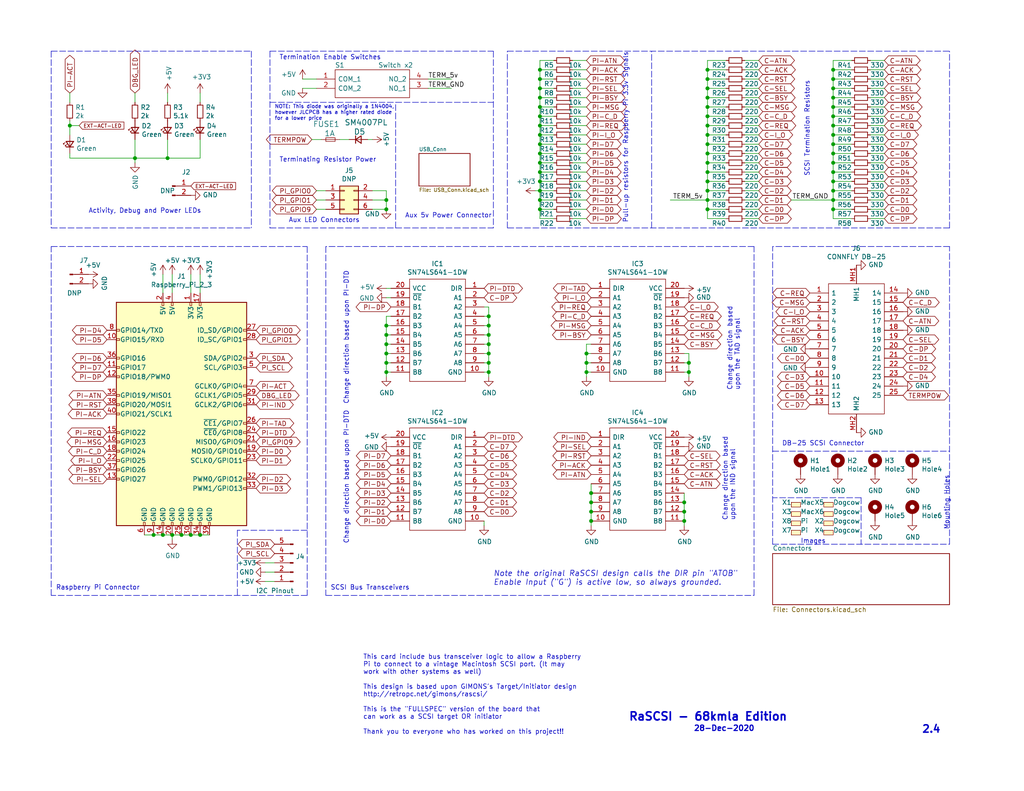
<source format=kicad_sch>
(kicad_sch (version 20211123) (generator eeschema)
  (paper "USLetter")
  (junction (at 147.32 19.05))
  (junction (at 227.33 57.15))
  (junction (at 193.04 52.07))
  (junction (at 147.32 36.83))
  (junction (at 133.35 101.6))
  (junction (at 227.33 54.61))
  (junction (at 133.35 86.36))
  (junction (at 186.69 137.16))
  (junction (at 147.32 52.07))
  (junction (at 105.41 91.44))
  (junction (at 105.41 93.98))
  (junction (at 105.41 96.52))
  (junction (at 187.96 99.06))
  (junction (at 147.32 21.59))
  (junction (at 147.32 49.53))
  (junction (at 160.02 99.06))
  (junction (at 147.32 54.61))
  (junction (at 105.41 101.6))
  (junction (at 54.61 146.05))
  (junction (at 193.04 19.05))
  (junction (at 193.04 54.61))
  (junction (at 160.02 96.52))
  (junction (at 161.29 134.62))
  (junction (at 227.33 29.21))
  (junction (at 133.35 93.98))
  (junction (at 41.91 146.05))
  (junction (at 227.33 44.45))
  (junction (at 193.04 36.83))
  (junction (at 147.32 24.13))
  (junction (at 227.33 46.99))
  (junction (at 36.83 43.18))
  (junction (at 227.33 24.13))
  (junction (at 133.35 88.9))
  (junction (at 193.04 24.13))
  (junction (at 193.04 29.21))
  (junction (at 193.04 34.29))
  (junction (at 44.45 146.05))
  (junction (at 193.04 31.75))
  (junction (at 193.04 44.45))
  (junction (at 147.32 31.75))
  (junction (at 133.35 96.52))
  (junction (at 227.33 19.05))
  (junction (at 227.33 41.91))
  (junction (at 105.41 99.06))
  (junction (at 193.04 26.67))
  (junction (at 147.32 39.37))
  (junction (at 186.69 142.24))
  (junction (at 147.32 44.45))
  (junction (at 227.33 26.67))
  (junction (at 147.32 26.67))
  (junction (at 147.32 57.15))
  (junction (at 227.33 52.07))
  (junction (at 147.32 41.91))
  (junction (at 227.33 39.37))
  (junction (at 45.72 43.18))
  (junction (at 160.02 101.6))
  (junction (at 227.33 49.53))
  (junction (at 133.35 91.44))
  (junction (at 227.33 34.29))
  (junction (at 227.33 36.83))
  (junction (at 193.04 39.37))
  (junction (at 52.07 146.05))
  (junction (at 161.29 139.7))
  (junction (at 147.32 29.21))
  (junction (at 187.96 101.6))
  (junction (at 186.69 139.7))
  (junction (at 227.33 21.59))
  (junction (at 105.41 88.9))
  (junction (at 161.29 137.16))
  (junction (at 105.41 54.61))
  (junction (at 147.32 34.29))
  (junction (at 227.33 31.75))
  (junction (at 46.99 146.05))
  (junction (at 147.32 46.99))
  (junction (at 193.04 41.91))
  (junction (at 19.05 34.29))
  (junction (at 105.41 57.15))
  (junction (at 193.04 46.99))
  (junction (at 193.04 21.59))
  (junction (at 49.53 146.05))
  (junction (at 161.29 142.24))
  (junction (at 193.04 57.15))
  (junction (at 133.35 99.06))
  (junction (at 193.04 49.53))
  (wire (pts (xy 193.04 59.69) (xy 198.12 59.69)))
  (wire (pts (xy 161.29 134.62) (xy 161.29 132.08)))
  (wire (pts (xy 49.53 146.05) (xy 46.99 146.05)))
  (wire (pts (xy 160.02 93.98) (xy 160.02 96.52)))
  (wire (pts (xy 227.33 41.91) (xy 227.33 44.45)))
  (polyline (pts (xy 88.9 162.56) (xy 205.74 162.56)))
  (wire (pts (xy 186.69 139.7) (xy 186.69 137.16)))
  (wire (pts (xy 46.99 80.01) (xy 46.99 74.93)))
  (wire (pts (xy 156.21 31.75) (xy 160.02 31.75)))
  (polyline (pts (xy 73.66 13.97) (xy 73.66 62.23)))
  (wire (pts (xy 132.08 143.51) (xy 132.08 142.24)))
  (wire (pts (xy 105.41 91.44) (xy 105.41 88.9)))
  (polyline (pts (xy 177.8 62.23) (xy 177.8 13.97)))
  (wire (pts (xy 133.35 99.06) (xy 133.35 101.6)))
  (wire (pts (xy 207.01 57.15) (xy 203.2 57.15)))
  (wire (pts (xy 207.01 34.29) (xy 203.2 34.29)))
  (polyline (pts (xy 210.82 148.59) (xy 210.82 67.31)))
  (wire (pts (xy 241.3 52.07) (xy 237.49 52.07)))
  (wire (pts (xy 74.93 156.21) (xy 72.39 156.21)))
  (wire (pts (xy 87.63 38.1) (xy 85.09 38.1)))
  (wire (pts (xy 207.01 44.45) (xy 203.2 44.45)))
  (wire (pts (xy 241.3 21.59) (xy 237.49 21.59)))
  (wire (pts (xy 147.32 19.05) (xy 151.13 19.05)))
  (wire (pts (xy 207.01 52.07) (xy 203.2 52.07)))
  (polyline (pts (xy 13.97 13.97) (xy 13.97 62.23)))
  (wire (pts (xy 241.3 57.15) (xy 237.49 57.15)))
  (wire (pts (xy 241.3 31.75) (xy 237.49 31.75)))
  (wire (pts (xy 106.68 99.06) (xy 105.41 99.06)))
  (wire (pts (xy 193.04 52.07) (xy 198.12 52.07)))
  (wire (pts (xy 46.99 146.05) (xy 44.45 146.05)))
  (wire (pts (xy 241.3 24.13) (xy 237.49 24.13)))
  (wire (pts (xy 227.33 26.67) (xy 227.33 29.21)))
  (wire (pts (xy 147.32 26.67) (xy 151.13 26.67)))
  (wire (pts (xy 193.04 39.37) (xy 198.12 39.37)))
  (wire (pts (xy 44.45 80.01) (xy 44.45 74.93)))
  (polyline (pts (xy 64.77 144.78) (xy 64.77 162.56)))
  (wire (pts (xy 207.01 36.83) (xy 203.2 36.83)))
  (wire (pts (xy 241.3 41.91) (xy 237.49 41.91)))
  (wire (pts (xy 133.35 86.36) (xy 133.35 83.82)))
  (wire (pts (xy 54.61 146.05) (xy 52.07 146.05)))
  (wire (pts (xy 147.32 54.61) (xy 151.13 54.61)))
  (wire (pts (xy 227.33 16.51) (xy 232.41 16.51)))
  (wire (pts (xy 105.41 99.06) (xy 105.41 96.52)))
  (wire (pts (xy 187.96 96.52) (xy 186.69 96.52)))
  (wire (pts (xy 132.08 86.36) (xy 133.35 86.36)))
  (wire (pts (xy 227.33 36.83) (xy 227.33 39.37)))
  (wire (pts (xy 227.33 31.75) (xy 227.33 34.29)))
  (wire (pts (xy 207.01 59.69) (xy 203.2 59.69)))
  (wire (pts (xy 193.04 49.53) (xy 198.12 49.53)))
  (wire (pts (xy 160.02 101.6) (xy 160.02 102.87)))
  (polyline (pts (xy 73.66 13.97) (xy 134.62 13.97)))
  (polyline (pts (xy 138.43 13.97) (xy 259.08 13.97)))
  (wire (pts (xy 227.33 19.05) (xy 232.41 19.05)))
  (wire (pts (xy 241.3 46.99) (xy 237.49 46.99)))
  (wire (pts (xy 227.33 59.69) (xy 232.41 59.69)))
  (wire (pts (xy 161.29 142.24) (xy 161.29 139.7)))
  (wire (pts (xy 161.29 143.51) (xy 161.29 142.24)))
  (wire (pts (xy 147.32 24.13) (xy 147.32 26.67)))
  (wire (pts (xy 207.01 49.53) (xy 203.2 49.53)))
  (wire (pts (xy 19.05 25.4) (xy 19.05 27.94)))
  (wire (pts (xy 227.33 34.29) (xy 227.33 36.83)))
  (wire (pts (xy 147.32 52.07) (xy 147.32 54.61)))
  (wire (pts (xy 193.04 26.67) (xy 198.12 26.67)))
  (wire (pts (xy 156.21 54.61) (xy 160.02 54.61)))
  (wire (pts (xy 193.04 16.51) (xy 193.04 19.05)))
  (wire (pts (xy 101.6 57.15) (xy 105.41 57.15)))
  (wire (pts (xy 182.88 54.61) (xy 193.04 54.61)))
  (wire (pts (xy 147.32 46.99) (xy 147.32 49.53)))
  (wire (pts (xy 207.01 54.61) (xy 203.2 54.61)))
  (polyline (pts (xy 138.43 62.23) (xy 138.43 13.97)))
  (wire (pts (xy 147.32 24.13) (xy 151.13 24.13)))
  (wire (pts (xy 147.32 21.59) (xy 147.32 24.13)))
  (wire (pts (xy 156.21 41.91) (xy 160.02 41.91)))
  (wire (pts (xy 147.32 57.15) (xy 151.13 57.15)))
  (wire (pts (xy 186.69 101.6) (xy 187.96 101.6)))
  (wire (pts (xy 105.41 81.28) (xy 106.68 81.28)))
  (wire (pts (xy 147.32 57.15) (xy 147.32 59.69)))
  (wire (pts (xy 193.04 44.45) (xy 198.12 44.45)))
  (wire (pts (xy 193.04 41.91) (xy 193.04 44.45)))
  (wire (pts (xy 227.33 24.13) (xy 227.33 26.67)))
  (wire (pts (xy 146.05 52.07) (xy 147.32 52.07)))
  (wire (pts (xy 227.33 49.53) (xy 227.33 52.07)))
  (wire (pts (xy 86.36 24.13) (xy 82.55 24.13)))
  (wire (pts (xy 147.32 26.67) (xy 147.32 29.21)))
  (wire (pts (xy 105.41 101.6) (xy 105.41 102.87)))
  (wire (pts (xy 227.33 46.99) (xy 232.41 46.99)))
  (wire (pts (xy 156.21 49.53) (xy 160.02 49.53)))
  (wire (pts (xy 133.35 101.6) (xy 133.35 102.87)))
  (wire (pts (xy 147.32 39.37) (xy 151.13 39.37)))
  (wire (pts (xy 19.05 43.18) (xy 36.83 43.18)))
  (wire (pts (xy 227.33 19.05) (xy 227.33 21.59)))
  (wire (pts (xy 227.33 41.91) (xy 232.41 41.91)))
  (polyline (pts (xy 259.08 67.31) (xy 210.82 67.31)))
  (wire (pts (xy 227.33 21.59) (xy 232.41 21.59)))
  (wire (pts (xy 106.68 88.9) (xy 105.41 88.9)))
  (wire (pts (xy 227.33 54.61) (xy 232.41 54.61)))
  (wire (pts (xy 160.02 96.52) (xy 160.02 99.06)))
  (wire (pts (xy 105.41 57.15) (xy 105.41 54.61)))
  (wire (pts (xy 19.05 43.18) (xy 19.05 41.91)))
  (wire (pts (xy 147.32 41.91) (xy 151.13 41.91)))
  (polyline (pts (xy 134.62 13.97) (xy 134.62 62.23)))
  (wire (pts (xy 44.45 146.05) (xy 41.91 146.05)))
  (wire (pts (xy 101.6 54.61) (xy 105.41 54.61)))
  (wire (pts (xy 132.08 99.06) (xy 133.35 99.06)))
  (wire (pts (xy 193.04 19.05) (xy 198.12 19.05)))
  (wire (pts (xy 133.35 101.6) (xy 132.08 101.6)))
  (wire (pts (xy 54.61 43.18) (xy 54.61 38.1)))
  (wire (pts (xy 106.68 96.52) (xy 105.41 96.52)))
  (wire (pts (xy 193.04 52.07) (xy 193.04 54.61)))
  (wire (pts (xy 241.3 54.61) (xy 237.49 54.61)))
  (wire (pts (xy 156.21 34.29) (xy 160.02 34.29)))
  (wire (pts (xy 147.32 49.53) (xy 147.32 52.07)))
  (wire (pts (xy 193.04 31.75) (xy 198.12 31.75)))
  (wire (pts (xy 207.01 31.75) (xy 203.2 31.75)))
  (wire (pts (xy 36.83 38.1) (xy 36.83 43.18)))
  (wire (pts (xy 207.01 46.99) (xy 203.2 46.99)))
  (wire (pts (xy 207.01 29.21) (xy 203.2 29.21)))
  (wire (pts (xy 227.33 21.59) (xy 227.33 24.13)))
  (polyline (pts (xy 13.97 13.97) (xy 68.58 13.97)))
  (wire (pts (xy 86.36 57.15) (xy 88.9 57.15)))
  (wire (pts (xy 193.04 24.13) (xy 198.12 24.13)))
  (wire (pts (xy 45.72 43.18) (xy 54.61 43.18)))
  (wire (pts (xy 105.41 54.61) (xy 105.41 52.07)))
  (wire (pts (xy 193.04 59.69) (xy 193.04 57.15)))
  (wire (pts (xy 156.21 36.83) (xy 160.02 36.83)))
  (wire (pts (xy 227.33 57.15) (xy 232.41 57.15)))
  (wire (pts (xy 207.01 24.13) (xy 203.2 24.13)))
  (wire (pts (xy 161.29 139.7) (xy 161.29 137.16)))
  (wire (pts (xy 86.36 21.59) (xy 82.55 21.59)))
  (polyline (pts (xy 83.82 162.56) (xy 13.97 162.56)))
  (wire (pts (xy 193.04 49.53) (xy 193.04 52.07)))
  (wire (pts (xy 132.08 88.9) (xy 133.35 88.9)))
  (wire (pts (xy 227.33 54.61) (xy 215.9 54.61)))
  (wire (pts (xy 241.3 39.37) (xy 237.49 39.37)))
  (polyline (pts (xy 259.08 62.23) (xy 138.43 62.23)))
  (wire (pts (xy 227.33 31.75) (xy 232.41 31.75)))
  (wire (pts (xy 207.01 21.59) (xy 203.2 21.59)))
  (polyline (pts (xy 205.74 67.31) (xy 88.9 67.31)))
  (wire (pts (xy 147.32 44.45) (xy 147.32 46.99)))
  (wire (pts (xy 193.04 39.37) (xy 193.04 41.91)))
  (wire (pts (xy 133.35 96.52) (xy 133.35 93.98)))
  (wire (pts (xy 95.25 38.1) (xy 92.71 38.1)))
  (wire (pts (xy 132.08 93.98) (xy 133.35 93.98)))
  (wire (pts (xy 193.04 54.61) (xy 198.12 54.61)))
  (wire (pts (xy 193.04 21.59) (xy 193.04 24.13)))
  (wire (pts (xy 227.33 39.37) (xy 227.33 41.91)))
  (wire (pts (xy 156.21 52.07) (xy 160.02 52.07)))
  (wire (pts (xy 54.61 27.94) (xy 54.61 25.4)))
  (wire (pts (xy 36.83 27.94) (xy 36.83 25.4)))
  (wire (pts (xy 105.41 96.52) (xy 105.41 93.98)))
  (wire (pts (xy 86.36 52.07) (xy 88.9 52.07)))
  (wire (pts (xy 193.04 36.83) (xy 193.04 39.37)))
  (polyline (pts (xy 234.95 135.89) (xy 234.95 148.59)))
  (wire (pts (xy 227.33 44.45) (xy 232.41 44.45)))
  (wire (pts (xy 193.04 46.99) (xy 193.04 49.53)))
  (wire (pts (xy 161.29 93.98) (xy 160.02 93.98)))
  (wire (pts (xy 116.84 24.13) (xy 123.19 24.13)))
  (wire (pts (xy 101.6 38.1) (xy 100.33 38.1)))
  (wire (pts (xy 147.32 19.05) (xy 147.32 21.59)))
  (wire (pts (xy 161.29 101.6) (xy 160.02 101.6)))
  (wire (pts (xy 193.04 34.29) (xy 193.04 36.83)))
  (wire (pts (xy 186.69 99.06) (xy 187.96 99.06)))
  (wire (pts (xy 227.33 26.67) (xy 232.41 26.67)))
  (wire (pts (xy 227.33 36.83) (xy 232.41 36.83)))
  (wire (pts (xy 227.33 52.07) (xy 232.41 52.07)))
  (wire (pts (xy 52.07 146.05) (xy 49.53 146.05)))
  (wire (pts (xy 106.68 91.44) (xy 105.41 91.44)))
  (wire (pts (xy 187.96 102.87) (xy 187.96 101.6)))
  (wire (pts (xy 57.15 146.05) (xy 54.61 146.05)))
  (wire (pts (xy 193.04 44.45) (xy 193.04 46.99)))
  (wire (pts (xy 132.08 96.52) (xy 133.35 96.52)))
  (wire (pts (xy 133.35 88.9) (xy 133.35 86.36)))
  (wire (pts (xy 193.04 57.15) (xy 198.12 57.15)))
  (wire (pts (xy 156.21 44.45) (xy 160.02 44.45)))
  (wire (pts (xy 193.04 24.13) (xy 193.04 26.67)))
  (wire (pts (xy 147.32 31.75) (xy 147.32 34.29)))
  (wire (pts (xy 147.32 41.91) (xy 147.32 44.45)))
  (wire (pts (xy 132.08 83.82) (xy 133.35 83.82)))
  (wire (pts (xy 156.21 57.15) (xy 160.02 57.15)))
  (polyline (pts (xy 13.97 62.23) (xy 68.58 62.23)))
  (wire (pts (xy 227.33 24.13) (xy 232.41 24.13)))
  (wire (pts (xy 161.29 99.06) (xy 160.02 99.06)))
  (wire (pts (xy 241.3 29.21) (xy 237.49 29.21)))
  (wire (pts (xy 227.33 39.37) (xy 232.41 39.37)))
  (wire (pts (xy 161.29 137.16) (xy 161.29 134.62)))
  (wire (pts (xy 19.05 33.02) (xy 19.05 34.29)))
  (polyline (pts (xy 13.97 67.31) (xy 83.82 67.31)))
  (wire (pts (xy 186.69 142.24) (xy 186.69 139.7)))
  (wire (pts (xy 207.01 41.91) (xy 203.2 41.91)))
  (wire (pts (xy 156.21 39.37) (xy 160.02 39.37)))
  (wire (pts (xy 186.69 137.16) (xy 186.69 134.62)))
  (wire (pts (xy 147.32 54.61) (xy 147.32 57.15)))
  (wire (pts (xy 207.01 19.05) (xy 203.2 19.05)))
  (wire (pts (xy 227.33 57.15) (xy 227.33 54.61)))
  (wire (pts (xy 207.01 16.51) (xy 203.2 16.51)))
  (wire (pts (xy 46.99 147.32) (xy 46.99 146.05)))
  (wire (pts (xy 52.07 80.01) (xy 52.07 74.93)))
  (wire (pts (xy 186.69 143.51) (xy 186.69 142.24)))
  (wire (pts (xy 193.04 26.67) (xy 193.04 29.21)))
  (polyline (pts (xy 13.97 162.56) (xy 13.97 67.31)))
  (polyline (pts (xy 205.74 162.56) (xy 205.74 67.31)))
  (polyline (pts (xy 73.66 27.94) (xy 134.62 27.94)))
  (wire (pts (xy 241.3 59.69) (xy 237.49 59.69)))
  (wire (pts (xy 133.35 93.98) (xy 133.35 91.44)))
  (polyline (pts (xy 234.95 135.89) (xy 210.82 135.89)))
  (wire (pts (xy 156.21 29.21) (xy 160.02 29.21)))
  (wire (pts (xy 133.35 99.06) (xy 133.35 96.52)))
  (wire (pts (xy 241.3 34.29) (xy 237.49 34.29)))
  (wire (pts (xy 116.84 21.59) (xy 123.19 21.59)))
  (wire (pts (xy 227.33 49.53) (xy 232.41 49.53)))
  (wire (pts (xy 241.3 49.53) (xy 237.49 49.53)))
  (wire (pts (xy 156.21 21.59) (xy 160.02 21.59)))
  (wire (pts (xy 193.04 29.21) (xy 198.12 29.21)))
  (wire (pts (xy 147.32 36.83) (xy 151.13 36.83)))
  (wire (pts (xy 72.39 153.67) (xy 74.93 153.67)))
  (wire (pts (xy 227.33 34.29) (xy 232.41 34.29)))
  (wire (pts (xy 193.04 19.05) (xy 193.04 21.59)))
  (wire (pts (xy 147.32 36.83) (xy 147.32 39.37)))
  (wire (pts (xy 207.01 26.67) (xy 203.2 26.67)))
  (wire (pts (xy 227.33 44.45) (xy 227.33 46.99)))
  (wire (pts (xy 106.68 101.6) (xy 105.41 101.6)))
  (wire (pts (xy 227.33 46.99) (xy 227.33 49.53)))
  (wire (pts (xy 147.32 59.69) (xy 151.13 59.69)))
  (wire (pts (xy 132.08 91.44) (xy 133.35 91.44)))
  (wire (pts (xy 193.04 16.51) (xy 198.12 16.51)))
  (wire (pts (xy 105.41 93.98) (xy 105.41 91.44)))
  (wire (pts (xy 147.32 34.29) (xy 147.32 36.83)))
  (wire (pts (xy 147.32 29.21) (xy 151.13 29.21)))
  (wire (pts (xy 105.41 88.9) (xy 105.41 86.36)))
  (wire (pts (xy 105.41 78.74) (xy 106.68 78.74)))
  (wire (pts (xy 41.91 146.05) (xy 39.37 146.05)))
  (wire (pts (xy 187.96 101.6) (xy 187.96 99.06)))
  (wire (pts (xy 106.68 93.98) (xy 105.41 93.98)))
  (wire (pts (xy 19.05 34.29) (xy 19.05 36.83)))
  (wire (pts (xy 187.96 99.06) (xy 187.96 96.52)))
  (wire (pts (xy 227.33 29.21) (xy 227.33 31.75)))
  (wire (pts (xy 193.04 29.21) (xy 193.04 31.75)))
  (wire (pts (xy 156.21 46.99) (xy 160.02 46.99)))
  (polyline (pts (xy 83.82 67.31) (xy 83.82 162.56)))
  (wire (pts (xy 227.33 59.69) (xy 227.33 57.15)))
  (wire (pts (xy 241.3 19.05) (xy 237.49 19.05)))
  (wire (pts (xy 86.36 54.61) (xy 88.9 54.61)))
  (wire (pts (xy 147.32 46.99) (xy 151.13 46.99)))
  (wire (pts (xy 241.3 44.45) (xy 237.49 44.45)))
  (polyline (pts (xy 210.82 123.19) (xy 259.08 123.19)))
  (wire (pts (xy 54.61 80.01) (xy 54.61 74.93)))
  (wire (pts (xy 72.39 158.75) (xy 74.93 158.75)))
  (wire (pts (xy 105.41 52.07) (xy 101.6 52.07)))
  (wire (pts (xy 161.29 96.52) (xy 160.02 96.52)))
  (wire (pts (xy 241.3 26.67) (xy 237.49 26.67)))
  (wire (pts (xy 193.04 31.75) (xy 193.04 34.29)))
  (wire (pts (xy 21.59 34.29) (xy 19.05 34.29)))
  (polyline (pts (xy 68.58 13.97) (xy 68.58 62.23)))
  (wire (pts (xy 147.32 21.59) (xy 151.13 21.59)))
  (wire (pts (xy 147.32 29.21) (xy 147.32 31.75)))
  (wire (pts (xy 156.21 19.05) (xy 160.02 19.05)))
  (polyline (pts (xy 259.08 62.23) (xy 259.08 13.97)))
  (polyline (pts (xy 73.66 62.23) (xy 134.62 62.23)))
  (wire (pts (xy 147.32 34.29) (xy 151.13 34.29)))
  (wire (pts (xy 105.41 101.6) (xy 105.41 99.06)))
  (polyline (pts (xy 259.08 148.59) (xy 259.08 67.31)))
  (wire (pts (xy 160.02 99.06) (xy 160.02 101.6)))
  (wire (pts (xy 45.72 38.1) (xy 45.72 43.18)))
  (wire (pts (xy 36.83 43.18) (xy 45.72 43.18)))
  (wire (pts (xy 207.01 39.37) (xy 203.2 39.37)))
  (wire (pts (xy 241.3 16.51) (xy 237.49 16.51)))
  (wire (pts (xy 36.83 44.45) (xy 36.83 43.18)))
  (wire (pts (xy 193.04 34.29) (xy 198.12 34.29)))
  (wire (pts (xy 193.04 57.15) (xy 193.04 54.61)))
  (wire (pts (xy 147.32 49.53) (xy 151.13 49.53)))
  (wire (pts (xy 241.3 36.83) (xy 237.49 36.83)))
  (wire (pts (xy 147.32 39.37) (xy 147.32 41.91)))
  (polyline (pts (xy 107.95 62.23) (xy 107.95 27.94)))
  (wire (pts (xy 45.72 27.94) (xy 45.72 25.4)))
  (wire (pts (xy 147.32 16.51) (xy 151.13 16.51)))
  (wire (pts (xy 193.04 46.99) (xy 198.12 46.99)))
  (wire (pts (xy 105.41 86.36) (xy 106.68 86.36)))
  (wire (pts (xy 147.32 44.45) (xy 151.13 44.45)))
  (wire (pts (xy 193.04 21.59) (xy 198.12 21.59)))
  (polyline (pts (xy 88.9 67.31) (xy 88.9 162.56)))
  (wire (pts (xy 193.04 36.83) (xy 198.12 36.83)))
  (wire (pts (xy 156.21 24.13) (xy 160.02 24.13)))
  (wire (pts (xy 147.32 31.75) (xy 151.13 31.75)))
  (wire (pts (xy 193.04 41.91) (xy 198.12 41.91)))
  (polyline (pts (xy 210.82 148.59) (xy 259.08 148.59)))
  (wire (pts (xy 227.33 29.21) (xy 232.41 29.21)))
  (wire (pts (xy 227.33 16.51) (xy 227.33 19.05)))
  (wire (pts (xy 156.21 26.67) (xy 160.02 26.67)))
  (polyline (pts (xy 83.82 144.78) (xy 64.77 144.78)))
  (wire (pts (xy 156.21 59.69) (xy 160.02 59.69)))
  (wire (pts (xy 133.35 91.44) (xy 133.35 88.9)))
  (wire (pts (xy 156.21 16.51) (xy 160.02 16.51)))
  (wire (pts (xy 147.32 16.51) (xy 147.32 19.05)))
  (wire (pts (xy 227.33 52.07) (xy 227.33 54.61)))
  (wire (pts (xy 147.32 52.07) (xy 151.13 52.07)))
  (text "Images" (at 218.44 148.59 0) (effects (font (size 1.27 1.27)) (justify left bottom)))
  (text "RaSCSI - 68kmla Edition" (at 171.45 197.104 0) (effects (font (size 2.2098 2.2098) (thickness 0.442) bold) (justify left bottom)))
  (text "2.4" (at 251.46 200.406 0) (effects (font (size 2.0066 2.0066) (thickness 0.4013) bold) (justify left bottom)))
  (text "Raspberry Pi Connector" (at 15.24 161.29 0) (effects (font (size 1.27 1.27)) (justify left bottom)))
  (text "Change direction based \nupon the TAD signal" (at 201.93 106.68 90) (effects (font (size 1.27 1.27)) (justify left bottom)))
  (text "Terminating Resistor Power" (at 76.2 44.45 0) (effects (font (size 1.27 1.27)) (justify left bottom)))
  (text "Mounting Holes" (at 259.08 144.78 90) (effects (font (size 1.27 1.27)) (justify left bottom)))
  (text "28-Dec-2020" (at 189.23 199.898 0) (effects (font (size 1.4986 1.4986) (thickness 0.2997) bold) (justify left bottom)))
  (text "DB-25 SCSI Connector" (at 213.36 121.92 0) (effects (font (size 1.27 1.27)) (justify left bottom)))
  (text "SCSI Termination Resistors" (at 220.98 48.26 90) (effects (font (size 1.27 1.27)) (justify left bottom)))
  (text "Pull-up resistors for Raspberry Pi 3.3v Signals" (at 171.45 60.96 90) (effects (font (size 1.27 1.27)) (justify left bottom)))
  (text "Change direction based \nupon the IND signal" (at 200.66 142.24 90) (effects (font (size 1.27 1.27)) (justify left bottom)))
  (text "NOTE: This diode was originally a 1N4004, \nhowever JLCPCB has a higher rated diode \nfor a lower price" (at 74.93 33.02 0) (effects (font (size 0.9906 0.9906)) (justify left bottom)))
  (text "Change direction based upon PI-DTD" (at 95.25 110.49 90) (effects (font (size 1.27 1.27)) (justify left bottom)))
  (text "Note the original RaSCSI design calls the DIR pin \"ATOB\"\nEnable Input (\"G\") is active low, so always grounded." (at 134.62 160.02 0) (effects (font (size 1.4986 1.4986) italic) (justify left bottom)))
  (text "Activity, Debug and Power LEDs" (at 24.13 58.42 0) (effects (font (size 1.27 1.27)) (justify left bottom)))
  (text "Termination Enable Switches" (at 76.2 16.51 0) (effects (font (size 1.27 1.27)) (justify left bottom)))
  (text "Change direction based upon PI-DTD" (at 95.25 148.59 90) (effects (font (size 1.27 1.27)) (justify left bottom)))
  (text "This card include bus transceiver logic to allow a Raspberry \nPi to connect to a vintage Macintosh SCSI port. (It may \nwork with other systems as well)\n\nThis design is based upon GIMONS's Target/Initiator design\nhttp://retropc.net/gimons/rascsi/\n\nThis is the \"FULLSPEC\" version of the board that \ncan work as a SCSI target OR initiator\n\nThank you to everyone who has worked on this project!!" (at 99.06 200.66 0) (effects (font (size 1.27 1.27)) (justify left bottom)))
  (text "Aux 5v Power Connector" (at 110.49 59.69 0) (effects (font (size 1.27 1.27)) (justify left bottom)))
  (text "SCSI Bus Transceivers" (at 90.17 161.29 0) (effects (font (size 1.27 1.27)) (justify left bottom)))
  (text "Aux LED Connectors" (at 78.74 60.96 0) (effects (font (size 1.27 1.27)) (justify left bottom)))
  (label "TERM_GND" (at 116.84 24.13 0))
  (label "TERM_5v" (at 116.84 21.59 0))
  (label "TERM_GND" (at 226.06 54.61 180))
  (label "TERM_5v" (at 191.77 54.61 180))
  (global_label "PI-DP" (shape bidirectional) (at 29.21 102.87 180) (property "Intersheet References" "${INTERSHEET_REFS}" (effects hide)))
  (global_label "PI-REQ" (shape bidirectional) (at 161.29 83.82 180) (property "Intersheet References" "${INTERSHEET_REFS}" (effects hide)))
  (global_label "PI-I_O" (shape bidirectional) (at 160.02 36.83 0) (property "Intersheet References" "${INTERSHEET_REFS}" (effects hide)))
  (global_label "PI-D6" (shape bidirectional) (at 160.02 41.91 0) (property "Intersheet References" "${INTERSHEET_REFS}" (effects hide)))
  (global_label "C-DP" (shape bidirectional) (at 207.01 59.69 0) (property "Intersheet References" "${INTERSHEET_REFS}" (effects hide)))
  (global_label "PI-DTD" (shape bidirectional) (at 132.08 119.38 0) (property "Intersheet References" "${INTERSHEET_REFS}" (effects hide)))
  (global_label "C-I_O" (shape bidirectional) (at 207.01 36.83 0) (property "Intersheet References" "${INTERSHEET_REFS}" (effects hide)))
  (global_label "EXT-ACT-LED" (shape input) (at 21.59 34.29 0) (effects (font (size 0.9906 0.9906))) (property "Intersheet References" "${INTERSHEET_REFS}" (effects hide)))
  (global_label "PI-D0" (shape bidirectional) (at 69.85 123.19 0) (property "Intersheet References" "${INTERSHEET_REFS}" (effects hide)))
  (global_label "PI-D7" (shape bidirectional) (at 106.68 124.46 180) (property "Intersheet References" "${INTERSHEET_REFS}" (effects hide)))
  (global_label "PI-D4" (shape bidirectional) (at 29.21 90.17 180) (property "Intersheet References" "${INTERSHEET_REFS}" (effects hide)))
  (global_label "C-ATN" (shape bidirectional) (at 246.38 87.63 0) (property "Intersheet References" "${INTERSHEET_REFS}" (effects hide)))
  (global_label "PI-C_D" (shape bidirectional) (at 161.29 86.36 180) (property "Intersheet References" "${INTERSHEET_REFS}" (effects hide)))
  (global_label "C-D6" (shape bidirectional) (at 132.08 124.46 0) (property "Intersheet References" "${INTERSHEET_REFS}" (effects hide)))
  (global_label "PI-REQ" (shape bidirectional) (at 160.02 34.29 0) (property "Intersheet References" "${INTERSHEET_REFS}" (effects hide)))
  (global_label "C-D0" (shape bidirectional) (at 132.08 139.7 0) (property "Intersheet References" "${INTERSHEET_REFS}" (effects hide)))
  (global_label "C-D3" (shape bidirectional) (at 132.08 132.08 0) (property "Intersheet References" "${INTERSHEET_REFS}" (effects hide)))
  (global_label "C-D1" (shape bidirectional) (at 246.38 97.79 0) (property "Intersheet References" "${INTERSHEET_REFS}" (effects hide)))
  (global_label "PI-C_D" (shape bidirectional) (at 29.21 123.19 180) (property "Intersheet References" "${INTERSHEET_REFS}" (effects hide)))
  (global_label "C-D1" (shape bidirectional) (at 241.3 54.61 0) (property "Intersheet References" "${INTERSHEET_REFS}" (effects hide)))
  (global_label "PI-D3" (shape bidirectional) (at 69.85 133.35 0) (property "Intersheet References" "${INTERSHEET_REFS}" (effects hide)))
  (global_label "C-DP" (shape bidirectional) (at 246.38 95.25 0) (property "Intersheet References" "${INTERSHEET_REFS}" (effects hide)))
  (global_label "C-D6" (shape bidirectional) (at 241.3 41.91 0) (property "Intersheet References" "${INTERSHEET_REFS}" (effects hide)))
  (global_label "C-C_D" (shape bidirectional) (at 241.3 31.75 0) (property "Intersheet References" "${INTERSHEET_REFS}" (effects hide)))
  (global_label "C-BSY" (shape bidirectional) (at 220.98 92.71 180) (property "Intersheet References" "${INTERSHEET_REFS}" (effects hide)))
  (global_label "C-RST" (shape bidirectional) (at 241.3 21.59 0) (property "Intersheet References" "${INTERSHEET_REFS}" (effects hide)))
  (global_label "C-ACK" (shape bidirectional) (at 207.01 19.05 0) (property "Intersheet References" "${INTERSHEET_REFS}" (effects hide)))
  (global_label "PI-D7" (shape bidirectional) (at 160.02 39.37 0) (property "Intersheet References" "${INTERSHEET_REFS}" (effects hide)))
  (global_label "PI-D2" (shape bidirectional) (at 160.02 52.07 0) (property "Intersheet References" "${INTERSHEET_REFS}" (effects hide)))
  (global_label "PI-DTD" (shape bidirectional) (at 69.85 118.11 0) (property "Intersheet References" "${INTERSHEET_REFS}" (effects hide)))
  (global_label "PI-D3" (shape bidirectional) (at 160.02 49.53 0) (property "Intersheet References" "${INTERSHEET_REFS}" (effects hide)))
  (global_label "PI-ATN" (shape bidirectional) (at 161.29 129.54 180) (property "Intersheet References" "${INTERSHEET_REFS}" (effects hide)))
  (global_label "C-D5" (shape bidirectional) (at 220.98 105.41 180) (property "Intersheet References" "${INTERSHEET_REFS}" (effects hide)))
  (global_label "PI-I_O" (shape bidirectional) (at 161.29 81.28 180) (property "Intersheet References" "${INTERSHEET_REFS}" (effects hide)))
  (global_label "C-I_O" (shape bidirectional) (at 220.98 85.09 180) (property "Intersheet References" "${INTERSHEET_REFS}" (effects hide)))
  (global_label "PI-MSG" (shape bidirectional) (at 160.02 29.21 0) (property "Intersheet References" "${INTERSHEET_REFS}" (effects hide)))
  (global_label "PI-DTD" (shape bidirectional) (at 132.08 78.74 0) (property "Intersheet References" "${INTERSHEET_REFS}" (effects hide)))
  (global_label "PI-D5" (shape bidirectional) (at 29.21 92.71 180) (property "Intersheet References" "${INTERSHEET_REFS}" (effects hide)))
  (global_label "C-D5" (shape bidirectional) (at 241.3 44.45 0) (property "Intersheet References" "${INTERSHEET_REFS}" (effects hide)))
  (global_label "C-D0" (shape bidirectional) (at 207.01 57.15 0) (property "Intersheet References" "${INTERSHEET_REFS}" (effects hide)))
  (global_label "PI-ACT" (shape bidirectional) (at 19.05 25.4 90) (property "Intersheet References" "${INTERSHEET_REFS}" (effects hide)))
  (global_label "C-D3" (shape bidirectional) (at 220.98 102.87 180) (property "Intersheet References" "${INTERSHEET_REFS}" (effects hide)))
  (global_label "C-D0" (shape bidirectional) (at 220.98 97.79 180) (property "Intersheet References" "${INTERSHEET_REFS}" (effects hide)))
  (global_label "C-MSG" (shape bidirectional) (at 241.3 29.21 0) (property "Intersheet References" "${INTERSHEET_REFS}" (effects hide)))
  (global_label "PI-RST" (shape bidirectional) (at 160.02 21.59 0) (property "Intersheet References" "${INTERSHEET_REFS}" (effects hide)))
  (global_label "PI-D6" (shape bidirectional) (at 106.68 127 180) (property "Intersheet References" "${INTERSHEET_REFS}" (effects hide)))
  (global_label "C-D0" (shape bidirectional) (at 241.3 57.15 0) (property "Intersheet References" "${INTERSHEET_REFS}" (effects hide)))
  (global_label "C-D5" (shape bidirectional) (at 132.08 127 0) (property "Intersheet References" "${INTERSHEET_REFS}" (effects hide)))
  (global_label "C-D4" (shape bidirectional) (at 132.08 129.54 0) (property "Intersheet References" "${INTERSHEET_REFS}" (effects hide)))
  (global_label "C-RST" (shape bidirectional) (at 220.98 87.63 180) (property "Intersheet References" "${INTERSHEET_REFS}" (effects hide)))
  (global_label "PI-SEL" (shape bidirectional) (at 29.21 130.81 180) (property "Intersheet References" "${INTERSHEET_REFS}" (effects hide)))
  (global_label "PI-IND" (shape bidirectional) (at 69.85 110.49 0) (property "Intersheet References" "${INTERSHEET_REFS}" (effects hide)))
  (global_label "C-C_D" (shape bidirectional) (at 246.38 82.55 0) (property "Intersheet References" "${INTERSHEET_REFS}" (effects hide)))
  (global_label "C-D7" (shape bidirectional) (at 241.3 39.37 0) (property "Intersheet References" "${INTERSHEET_REFS}" (effects hide)))
  (global_label "PI-D1" (shape bidirectional) (at 69.85 125.73 0) (property "Intersheet References" "${INTERSHEET_REFS}" (effects hide)))
  (global_label "C-D7" (shape bidirectional) (at 207.01 39.37 0) (property "Intersheet References" "${INTERSHEET_REFS}" (effects hide)))
  (global_label "PI-RST" (shape bidirectional) (at 29.21 110.49 180) (property "Intersheet References" "${INTERSHEET_REFS}" (effects hide)))
  (global_label "C-D1" (shape bidirectional) (at 132.08 137.16 0) (property "Intersheet References" "${INTERSHEET_REFS}" (effects hide)))
  (global_label "PI-REQ" (shape bidirectional) (at 29.21 118.11 180) (property "Intersheet References" "${INTERSHEET_REFS}" (effects hide)))
  (global_label "C-ACK" (shape bidirectional) (at 241.3 19.05 0) (property "Intersheet References" "${INTERSHEET_REFS}" (effects hide)))
  (global_label "PI-ATN" (shape bidirectional) (at 29.21 107.95 180) (property "Intersheet References" "${INTERSHEET_REFS}" (effects hide)))
  (global_label "PI-D4" (shape bidirectional) (at 106.68 132.08 180) (property "Intersheet References" "${INTERSHEET_REFS}" (effects hide)))
  (global_label "C-C_D" (shape bidirectional) (at 186.69 88.9 0) (property "Intersheet References" "${INTERSHEET_REFS}" (effects hide)))
  (global_label "C-BSY" (shape bidirectional) (at 241.3 26.67 0) (property "Intersheet References" "${INTERSHEET_REFS}" (effects hide)))
  (global_label "C-SEL" (shape bidirectional) (at 246.38 92.71 0) (property "Intersheet References" "${INTERSHEET_REFS}" (effects hide)))
  (global_label "C-ATN" (shape bidirectional) (at 207.01 16.51 0) (property "Intersheet References" "${INTERSHEET_REFS}" (effects hide)))
  (global_label "PI_SCL" (shape bidirectional) (at 69.85 100.33 0) (property "Intersheet References" "${INTERSHEET_REFS}" (effects hide)))
  (global_label "DBG_LED" (shape bidirectional) (at 36.83 25.4 90) (property "Intersheet References" "${INTERSHEET_REFS}" (effects hide)))
  (global_label "C-D2" (shape bidirectional) (at 207.01 52.07 0) (property "Intersheet References" "${INTERSHEET_REFS}" (effects hide)))
  (global_label "PI_GPIO1" (shape bidirectional) (at 69.85 92.71 0) (property "Intersheet References" "${INTERSHEET_REFS}" (effects hide)))
  (global_label "PI-BSY" (shape bidirectional) (at 29.21 128.27 180) (property "Intersheet References" "${INTERSHEET_REFS}" (effects hide)))
  (global_label "PI-BSY" (shape bidirectional) (at 160.02 26.67 0) (property "Intersheet References" "${INTERSHEET_REFS}" (effects hide)))
  (global_label "C-MSG" (shape bidirectional) (at 186.69 91.44 0) (property "Intersheet References" "${INTERSHEET_REFS}" (effects hide)))
  (global_label "C-D3" (shape bidirectional) (at 207.01 49.53 0) (property "Intersheet References" "${INTERSHEET_REFS}" (effects hide)))
  (global_label "DBG_LED" (shape bidirectional) (at 69.85 107.95 0) (property "Intersheet References" "${INTERSHEET_REFS}" (effects hide)))
  (global_label "TERMPOW" (shape bidirectional) (at 85.09 38.1 180) (property "Intersheet References" "${INTERSHEET_REFS}" (effects hide)))
  (global_label "PI_SDA" (shape bidirectional) (at 74.93 148.59 180) (property "Intersheet References" "${INTERSHEET_REFS}" (effects hide)))
  (global_label "C-D3" (shape bidirectional) (at 241.3 49.53 0) (property "Intersheet References" "${INTERSHEET_REFS}" (effects hide)))
  (global_label "PI_GPIO1" (shape bidirectional) (at 86.36 54.61 180) (property "Intersheet References" "${INTERSHEET_REFS}" (effects hide)))
  (global_label "C-D4" (shape bidirectional) (at 207.01 46.99 0) (property "Intersheet References" "${INTERSHEET_REFS}" (effects hide)))
  (global_label "PI-ATN" (shape bidirectional) (at 160.02 16.51 0) (property "Intersheet References" "${INTERSHEET_REFS}" (effects hide)))
  (global_label "C-ATN" (shape bidirectional) (at 186.69 132.08 0) (property "Intersheet References" "${INTERSHEET_REFS}" (effects hide)))
  (global_label "C-D2" (shape bidirectional) (at 241.3 52.07 0) (property "Intersheet References" "${INTERSHEET_REFS}" (effects hide)))
  (global_label "PI-ACT" (shape bidirectional) (at 69.85 105.41 0) (property "Intersheet References" "${INTERSHEET_REFS}" (effects hide)))
  (global_label "PI-MSG" (shape bidirectional) (at 161.29 88.9 180) (property "Intersheet References" "${INTERSHEET_REFS}" (effects hide)))
  (global_label "PI-D2" (shape bidirectional) (at 106.68 137.16 180) (property "Intersheet References" "${INTERSHEET_REFS}" (effects hide)))
  (global_label "PI-DP" (shape bidirectional) (at 160.02 59.69 0) (property "Intersheet References" "${INTERSHEET_REFS}" (effects hide)))
  (global_label "C-BSY" (shape bidirectional) (at 186.69 93.98 0) (property "Intersheet References" "${INTERSHEET_REFS}" (effects hide)))
  (global_label "C-MSG" (shape bidirectional) (at 220.98 82.55 180) (property "Intersheet References" "${INTERSHEET_REFS}" (effects hide)))
  (global_label "PI-D6" (shape bidirectional) (at 29.21 97.79 180) (property "Intersheet References" "${INTERSHEET_REFS}" (effects hide)))
  (global_label "C-SEL" (shape bidirectional) (at 207.01 24.13 0) (property "Intersheet References" "${INTERSHEET_REFS}" (effects hide)))
  (global_label "PI-TAD" (shape bidirectional) (at 69.85 115.57 0) (property "Intersheet References" "${INTERSHEET_REFS}" (effects hide)))
  (global_label "PI-D1" (shape bidirectional) (at 106.68 139.7 180) (property "Intersheet References" "${INTERSHEET_REFS}" (effects hide)))
  (global_label "C-I_O" (shape bidirectional) (at 186.69 83.82 0) (property "Intersheet References" "${INTERSHEET_REFS}" (effects hide)))
  (global_label "C-D7" (shape bidirectional) (at 132.08 121.92 0) (property "Intersheet References" "${INTERSHEET_REFS}" (effects hide)))
  (global_label "C-D4" (shape bidirectional) (at 241.3 46.99 0) (property "Intersheet References" "${INTERSHEET_REFS}" (effects hide)))
  (global_label "C-MSG" (shape bidirectional) (at 207.01 29.21 0) (property "Intersheet References" "${INTERSHEET_REFS}" (effects hide)))
  (global_label "PI-D1" (shape bidirectional) (at 160.02 54.61 0) (property "Intersheet References" "${INTERSHEET_REFS}" (effects hide)))
  (global_label "C-C_D" (shape bidirectional) (at 207.01 31.75 0) (property "Intersheet References" "${INTERSHEET_REFS}" (effects hide)))
  (global_label "PI_GPIO0" (shape bidirectional) (at 86.36 52.07 180) (property "Intersheet References" "${INTERSHEET_REFS}" (effects hide)))
  (global_label "C-D1" (shape bidirectional) (at 207.01 54.61 0) (property "Intersheet References" "${INTERSHEET_REFS}" (effects hide)))
  (global_label "PI_GPIO9" (shape bidirectional) (at 69.85 120.65 0) (property "Intersheet References" "${INTERSHEET_REFS}" (effects hide)))
  (global_label "PI-IND" (shape bidirectional) (at 161.29 119.38 180) (property "Intersheet References" "${INTERSHEET_REFS}" (effects hide)))
  (global_label "C-D5" (shape bidirectional) (at 207.01 44.45 0) (property "Intersheet References" "${INTERSHEET_REFS}" (effects hide)))
  (global_label "PI-ACK" (shape bidirectional) (at 161.29 127 180) (property "Intersheet References" "${INTERSHEET_REFS}" (effects hide)))
  (global_label "C-REQ" (shape bidirectional) (at 241.3 34.29 0) (property "Intersheet References" "${INTERSHEET_REFS}" (effects hide)))
  (global_label "PI-I_O" (shape bidirectional) (at 29.21 125.73 180) (property "Intersheet References" "${INTERSHEET_REFS}" (effects hide)))
  (global_label "PI_GPIO9" (shape bidirectional) (at 86.36 57.15 180) (property "Intersheet References" "${INTERSHEET_REFS}" (effects hide)))
  (global_label "C-REQ" (shape bidirectional) (at 186.69 86.36 0) (property "Intersheet References" "${INTERSHEET_REFS}" (effects hide)))
  (global_label "C-ATN" (shape bidirectional) (at 241.3 16.51 0) (property "Intersheet References" "${INTERSHEET_REFS}" (effects hide)))
  (global_label "C-D4" (shape bidirectional) (at 246.38 102.87 0) (property "Intersheet References" "${INTERSHEET_REFS}" (effects hide)))
  (global_label "EXT-ACT-LED" (shape input) (at 52.07 50.8 0) (effects (font (size 0.9906 0.9906))) (property "Intersheet References" "${INTERSHEET_REFS}" (effects hide)))
  (global_label "C-D2" (shape bidirectional) (at 132.08 134.62 0) (property "Intersheet References" "${INTERSHEET_REFS}" (effects hide)))
  (global_label "C-DP" (shape bidirectional) (at 132.08 81.28 0) (property "Intersheet References" "${INTERSHEET_REFS}" (effects hide)))
  (global_label "C-DP" (shape bidirectional) (at 241.3 59.69 0) (property "Intersheet References" "${INTERSHEET_REFS}" (effects hide)))
  (global_label "C-D2" (shape bidirectional) (at 246.38 100.33 0) (property "Intersheet References" "${INTERSHEET_REFS}" (effects hide)))
  (global_label "PI-D2" (shape bidirectional) (at 69.85 130.81 0) (property "Intersheet References" "${INTERSHEET_REFS}" (effects hide)))
  (global_label "PI-D4" (shape bidirectional) (at 160.02 46.99 0) (property "Intersheet References" "${INTERSHEET_REFS}" (effects hide)))
  (global_label "C-REQ" (shape bidirectional) (at 220.98 80.01 180) (property "Intersheet References" "${INTERSHEET_REFS}" (effects hide)))
  (global_label "PI-C_D" (shape bidirectional) (at 160.02 31.75 0) (property "Intersheet References" "${INTERSHEET_REFS}" (effects hide)))
  (global_label "PI-D0" (shape bidirectional) (at 106.68 142.24 180) (property "Intersheet References" "${INTERSHEET_REFS}" (effects hide)))
  (global_label "PI-MSG" (shape bidirectional) (at 29.21 120.65 180) (property "Intersheet References" "${INTERSHEET_REFS}" (effects hide)))
  (global_label "PI-DP" (shape bidirectional) (at 106.68 83.82 180) (property "Intersheet References" "${INTERSHEET_REFS}" (effects hide)))
  (global_label "C-ACK" (shape bidirectional) (at 186.69 129.54 0) (property "Intersheet References" "${INTERSHEET_REFS}" (effects hide)))
  (global_label "PI-ACK" (shape bidirectional) (at 29.21 113.03 180) (property "Intersheet References" "${INTERSHEET_REFS}" (effects hide)))
  (global_label "C-REQ" (shape bidirectional) (at 207.01 34.29 0) (property "Intersheet References" "${INTERSHEET_REFS}" (effects hide)))
  (global_label "C-SEL" (shape bidirectional) (at 241.3 24.13 0) (property "Intersheet References" "${INTERSHEET_REFS}" (effects hide)))
  (global_label "C-D7" (shape bidirectional) (at 220.98 110.49 180) (property "Intersheet References" "${INTERSHEET_REFS}" (effects hide)))
  (global_label "PI-BSY" (shape bidirectional) (at 161.29 91.44 180) (property "Intersheet References" "${INTERSHEET_REFS}" (effects hide)))
  (global_label "PI-SEL" (shape bidirectional) (at 161.29 121.92 180) (property "Intersheet References" "${INTERSHEET_REFS}" (effects hide)))
  (global_label "C-D6" (shape bidirectional) (at 220.98 107.95 180) (property "Intersheet References" "${INTERSHEET_REFS}" (effects hide)))
  (global_label "PI-D7" (shape bidirectional) (at 29.21 100.33 180) (property "Intersheet References" "${INTERSHEET_REFS}" (effects hide)))
  (global_label "C-BSY" (shape bidirectional) (at 207.01 26.67 0) (property "Intersheet References" "${INTERSHEET_REFS}" (effects hide)))
  (global_label "PI-D0" (shape bidirectional) (at 160.02 57.15 0) (property "Intersheet References" "${INTERSHEET_REFS}" (effects hide)))
  (global_label "PI-D5" (shape bidirectional) (at 160.02 44.45 0) (property "Intersheet References" "${INTERSHEET_REFS}" (effects hide)))
  (global_label "C-SEL" (shape bidirectional) (at 186.69 124.46 0) (property "Intersheet References" "${INTERSHEET_REFS}" (effects hide)))
  (global_label "PI-RST" (shape bidirectional) (at 161.29 124.46 180) (property "Intersheet References" "${INTERSHEET_REFS}" (effects hide)))
  (global_label "PI_SDA" (shape bidirectional) (at 69.85 97.79 0) (property "Intersheet References" "${INTERSHEET_REFS}" (effects hide)))
  (global_label "PI_GPIO0" (shape bidirectional) (at 69.85 90.17 0) (property "Intersheet References" "${INTERSHEET_REFS}" (effects hide)))
  (global_label "PI_SCL" (shape bidirectional) (at 74.93 151.13 180) (property "Intersheet References" "${INTERSHEET_REFS}" (effects hide)))
  (global_label "PI-SEL" (shape bidirectional) (at 160.02 24.13 0) (property "Intersheet References" "${INTERSHEET_REFS}" (effects hide)))
  (global_label "TERMPOW" (shape bidirectional) (at 246.38 107.95 0) (property "Intersheet References" "${INTERSHEET_REFS}" (effects hide)))
  (global_label "C-RST" (shape bidirectional) (at 207.01 21.59 0) (property "Intersheet References" "${INTERSHEET_REFS}" (effects hide)))
  (global_label "C-D6" (shape bidirectional) (at 207.01 41.91 0) (property "Intersheet References" "${INTERSHEET_REFS}" (effects hide)))
  (global_label "C-RST" (shape bidirectional) (at 186.69 127 0) (property "Intersheet References" "${INTERSHEET_REFS}" (effects hide)))
  (global_label "C-ACK" (shape bidirectional) (at 220.98 90.17 180) (property "Intersheet References" "${INTERSHEET_REFS}" (effects hide)))
  (global_label "C-I_O" (shape bidirectional) (at 241.3 36.83 0) (property "Intersheet References" "${INTERSHEET_REFS}" (effects hide)))
  (global_label "PI-ACK" (shape bidirectional) (at 160.02 19.05 0) (property "Intersheet References" "${INTERSHEET_REFS}" (effects hide)))
  (global_label "PI-TAD" (shape bidirectional) (at 161.29 78.74 180) (property "Intersheet References" "${INTERSHEET_REFS}" (effects hide)))
  (global_label "PI-D5" (shape bidirectional) (at 106.68 129.54 180) (property "Intersheet References" "${INTERSHEET_REFS}" (effects hide)))
  (global_label "PI-D3" (shape bidirectional) (at 106.68 134.62 180) (property "Intersheet References" "${INTERSHEET_REFS}" (effects hide)))
  (symbol (lib_id "Device:R_Small") (at 19.05 30.48 0) (unit 1)
    (property "Reference" "R1" (at 20.5486 29.3116 0) (effects (justify left)))
    (property "Value" "2k" (at 20.5486 31.623 0) (effects (justify left)))
    (property "Footprint" "Resistor_SMD:R_0402_1005Metric" (effects hide))
    (property "Datasheet" "https://datasheet.lcsc.com/szlcsc/1809192311_UNI-ROYAL-Uniroyal-Elec-0402WGF2001TCE_C4109.pdf" (effects hide))
    (property "LCSC" "C4109" (effects hide))
    (property "Description" "2kΩ ±1% 1/16W ±100ppm/℃ 0402 Chip Resistor" (effects hide))
    (property "Manufacturer_Name" "UNI-ROYAL(Uniroyal Elec)" (effects hide))
    (property "Manufacturer_Part_Number" "0402WGF2001TCE" (effects hide))
  )
  (symbol (lib_id "Device:LED_Small") (at 19.05 39.37 90) (unit 1)
    (property "Reference" "D1" (at 20.828 38.2016 90) (effects (justify right)))
    (property "Value" "Green" (at 20.828 40.513 90) (effects (justify right)))
    (property "Footprint" "LED_SMD:LED_0805_2012Metric" (effects hide))
    (property "Datasheet" "https://datasheet.lcsc.com/szlcsc/1806151820_Hubei-KENTO-Elec-C2297_C2297.pdf" (effects hide))
    (property "LCSC" "C2297" (effects hide))
    (property "Description" "0805 Light Emitting Diodes (LED) RoHS" (effects hide))
    (property "Manufacturer_Name" "Hubei KENTO Elec" (effects hide))
    (property "Manufacturer_Part_Number" "C2297" (effects hide))
  )
  (symbol (lib_id "Device:LED_Small") (at 36.83 35.56 90) (unit 1)
    (property "Reference" "D2" (at 38.608 34.3916 90) (effects (justify right)))
    (property "Value" "Green" (at 38.608 36.703 90) (effects (justify right)))
    (property "Footprint" "LED_SMD:LED_0805_2012Metric" (effects hide))
    (property "Datasheet" "https://datasheet.lcsc.com/szlcsc/1806151820_Hubei-KENTO-Elec-C2297_C2297.pdf" (effects hide))
    (property "LCSC" "C2297" (effects hide))
    (property "Description" "0805 Light Emitting Diodes (LED) RoHS" (effects hide))
    (property "Manufacturer_Name" "Hubei KENTO Elec" (effects hide))
    (property "Manufacturer_Part_Number" "C2297" (effects hide))
  )
  (symbol (lib_id "Device:LED_Small") (at 45.72 35.56 90) (unit 1)
    (property "Reference" "D3" (at 47.498 34.3916 90) (effects (justify right)))
    (property "Value" "Green" (at 47.498 36.703 90) (effects (justify right)))
    (property "Footprint" "LED_SMD:LED_0805_2012Metric" (effects hide))
    (property "Datasheet" "https://datasheet.lcsc.com/szlcsc/1806151820_Hubei-KENTO-Elec-C2297_C2297.pdf" (effects hide))
    (property "LCSC" "C2297" (effects hide))
    (property "Description" "0805 Light Emitting Diodes (LED) RoHS" (effects hide))
    (property "Manufacturer_Name" "Hubei KENTO Elec" (effects hide))
    (property "Manufacturer_Part_Number" "C2297" (effects hide))
  )
  (symbol (lib_id "Device:LED_Small") (at 54.61 35.56 90) (unit 1)
    (property "Reference" "D4" (at 56.388 34.3916 90) (effects (justify right)))
    (property "Value" "Green" (at 56.388 36.703 90) (effects (justify right)))
    (property "Footprint" "LED_SMD:LED_0805_2012Metric" (effects hide))
    (property "Datasheet" "https://datasheet.lcsc.com/szlcsc/1806151820_Hubei-KENTO-Elec-C2297_C2297.pdf" (effects hide))
    (property "LCSC" "C2297" (effects hide))
    (property "Description" "0805 Light Emitting Diodes (LED) RoHS" (effects hide))
    (property "Manufacturer_Name" "Hubei KENTO Elec" (effects hide))
    (property "Manufacturer_Part_Number" "C2297" (effects hide))
  )
  (symbol (lib_id "Mechanical:MountingHole_Pad") (at 218.44 127 0) (unit 1)
    (property "Reference" "H1" (at 220.98 125.7554 0) (effects (justify left)))
    (property "Value" "Hole1" (at 220.98 128.0668 0) (effects (justify left)))
    (property "Footprint" "MountingHole:MountingHole_2.7mm_M2.5_Pad_Via" (effects hide))
    (property "Datasheet" "DNP" (effects hide))
    (property "Description" "DNP" (effects hide))
    (property "LCSC" "DNP" (effects hide))
    (property "Manufacturer_Name" "DNP" (effects hide))
    (property "Manufacturer_Part_Number" "DNP" (effects hide))
  )
  (symbol (lib_id "Mechanical:MountingHole_Pad") (at 238.76 127 0) (unit 1)
    (property "Reference" "H3" (at 241.3 125.7554 0) (effects (justify left)))
    (property "Value" "Hole3" (at 241.3 128.0668 0) (effects (justify left)))
    (property "Footprint" "MountingHole:MountingHole_2.7mm_M2.5_Pad_Via" (effects hide))
    (property "Datasheet" "DNP" (effects hide))
    (property "Description" "DNP" (effects hide))
    (property "LCSC" "DNP" (effects hide))
    (property "Manufacturer_Name" "DNP" (effects hide))
    (property "Manufacturer_Part_Number" "DNP" (effects hide))
  )
  (symbol (lib_id "Mechanical:MountingHole_Pad") (at 238.76 139.7 0) (unit 1)
    (property "Reference" "H4" (at 241.3 138.4554 0) (effects (justify left)))
    (property "Value" "Hole5" (at 241.3 140.7668 0) (effects (justify left)))
    (property "Footprint" "MountingHole:MountingHole_2.7mm_M2.5_Pad_Via" (effects hide))
    (property "Datasheet" "DNP" (effects hide))
    (property "Description" "DNP" (effects hide))
    (property "LCSC" "DNP" (effects hide))
    (property "Manufacturer_Name" "DNP" (effects hide))
    (property "Manufacturer_Part_Number" "DNP" (effects hide))
  )
  (symbol (lib_id "Mechanical:MountingHole_Pad") (at 228.6 127 0) (unit 1)
    (property "Reference" "H2" (at 231.14 125.7554 0) (effects (justify left)))
    (property "Value" "Hole2" (at 231.14 128.0668 0) (effects (justify left)))
    (property "Footprint" "MountingHole:MountingHole_2.7mm_M2.5_Pad_Via" (effects hide))
    (property "Datasheet" "DNP" (effects hide))
    (property "Description" "DNP" (effects hide))
    (property "LCSC" "DNP" (effects hide))
    (property "Manufacturer_Name" "DNP" (effects hide))
    (property "Manufacturer_Part_Number" "DNP" (effects hide))
  )
  (symbol (lib_id "Mechanical:MountingHole_Pad") (at 248.92 127 0) (unit 1)
    (property "Reference" "H5" (at 251.46 125.7554 0) (effects (justify left)))
    (property "Value" "Hole4" (at 251.46 128.0668 0) (effects (justify left)))
    (property "Footprint" "MountingHole:MountingHole_2.7mm_M2.5_Pad_Via" (effects hide))
    (property "Datasheet" "DNP" (effects hide))
    (property "Description" "DNP" (effects hide))
    (property "LCSC" "DNP" (effects hide))
    (property "Manufacturer_Name" "DNP" (effects hide))
    (property "Manufacturer_Part_Number" "DNP" (effects hide))
  )
  (symbol (lib_id "Mechanical:MountingHole_Pad") (at 248.92 139.7 0) (unit 1)
    (property "Reference" "H6" (at 251.46 138.4554 0) (effects (justify left)))
    (property "Value" "Hole6" (at 251.46 140.7668 0) (effects (justify left)))
    (property "Footprint" "MountingHole:MountingHole_2.7mm_M2.5_Pad_Via" (effects hide))
    (property "Datasheet" "DNP" (effects hide))
    (property "Description" "DNP" (effects hide))
    (property "LCSC" "DNP" (effects hide))
    (property "Manufacturer_Name" "DNP" (effects hide))
    (property "Manufacturer_Part_Number" "DNP" (effects hide))
  )
  (symbol (lib_id "power:+3V3") (at 54.61 25.4 0) (unit 1)
    (property "Reference" "#PWR07" (effects hide))
    (property "Value" "+3V3" (at 54.991 21.0058 0))
  )
  (symbol (lib_id "power:+5V") (at 45.72 25.4 0) (unit 1)
    (property "Reference" "#PWR02" (effects hide))
    (property "Value" "+5V" (at 46.101 22.1488 90) (effects (justify left)))
  )
  (symbol (lib_id "SamacSys_Parts:Logo") (at 217.17 139.7 0) (unit 1)
    (property "Reference" "X1" (at 213.36 137.16 0) (effects (justify left)))
    (property "Value" "Mac" (at 218.44 137.16 0) (effects (justify left)))
    (property "Footprint" "SamacSys_Parts:mac_happy_small" (effects hide))
    (property "Datasheet" "N/A - Silkscreen" (effects hide))
    (property "LCSC" "N/A" (effects hide))
    (property "Manufacturer_Name" "N/A" (effects hide))
    (property "Manufacturer_Part_Number" "N/A" (effects hide))
    (property "Description" "N/A - Silkscreen" (effects hide))
  )
  (symbol (lib_id "SamacSys_Parts:Logo") (at 226.06 144.78 0) (unit 1)
    (property "Reference" "X2" (at 222.25 142.24 0) (effects (justify left)))
    (property "Value" "Dogcow" (at 227.33 142.24 0) (effects (justify left)))
    (property "Footprint" "SamacSys_Parts:dogcow" (effects hide))
    (property "Datasheet" "N/A - Silkscreen" (effects hide))
    (property "LCSC" "N/A" (effects hide))
    (property "Manufacturer_Name" "N/A" (effects hide))
    (property "Manufacturer_Part_Number" "N/A" (effects hide))
    (property "Description" "N/A - Silkscreen" (effects hide))
  )
  (symbol (lib_id "SamacSys_Parts:Logo") (at 217.17 142.24 0) (unit 1)
    (property "Reference" "X3" (at 213.36 139.7 0) (effects (justify left)))
    (property "Value" "Mac" (at 218.44 139.7 0) (effects (justify left)))
    (property "Footprint" "SamacSys_Parts:mac_happy_small" (effects hide))
    (property "Datasheet" "N/A - Silkscreen" (effects hide))
    (property "LCSC" "N/A" (effects hide))
    (property "Manufacturer_Name" "N/A" (effects hide))
    (property "Manufacturer_Part_Number" "N/A" (effects hide))
    (property "Description" "N/A - Silkscreen" (effects hide))
  )
  (symbol (lib_id "SamacSys_Parts:Logo") (at 226.06 139.7 0) (unit 1)
    (property "Reference" "X5" (at 222.25 137.16 0) (effects (justify left)))
    (property "Value" "Dogcow" (at 227.33 137.16 0) (effects (justify left)))
    (property "Footprint" "SamacSys_Parts:dogcow" (effects hide))
    (property "Datasheet" "N/A - Silkscreen" (effects hide))
    (property "LCSC" "N/A" (effects hide))
    (property "Manufacturer_Name" "N/A" (effects hide))
    (property "Manufacturer_Part_Number" "N/A" (effects hide))
    (property "Description" "N/A - Silkscreen" (effects hide))
  )
  (symbol (lib_id "SamacSys_Parts:Logo") (at 226.06 143.51 180) (unit 1)
    (property "Reference" "X4" (at 222.25 144.78 0) (effects (justify right)))
    (property "Value" "Dogcow" (at 227.33 144.78 0) (effects (justify right)))
    (property "Footprint" "SamacSys_Parts:dogcow" (effects hide))
    (property "Datasheet" "N/A - Silkscreen" (effects hide))
    (property "LCSC" "N/A" (effects hide))
    (property "Manufacturer_Name" "N/A" (effects hide))
    (property "Manufacturer_Part_Number" "N/A" (effects hide))
    (property "Description" "N/A - Silkscreen" (effects hide))
  )
  (symbol (lib_id "SamacSys_Parts:Logo") (at 226.06 142.24 0) (unit 1)
    (property "Reference" "X6" (at 222.25 139.7 0) (effects (justify left)))
    (property "Value" "Dogcow" (at 227.33 139.7 0) (effects (justify left)))
    (property "Footprint" "SamacSys_Parts:dogcow" (effects hide))
    (property "Datasheet" "N/A - Silkscreen" (effects hide))
    (property "LCSC" "N/A" (effects hide))
    (property "Manufacturer_Name" "N/A" (effects hide))
    (property "Manufacturer_Part_Number" "N/A" (effects hide))
    (property "Description" "N/A - Silkscreen" (effects hide))
  )
  (symbol (lib_id "power:GND") (at 218.44 129.54 0) (unit 1)
    (property "Reference" "#PWR034" (effects hide))
    (property "Value" "GND" (at 218.567 133.9342 0))
  )
  (symbol (lib_id "power:GND") (at 238.76 129.54 0) (unit 1)
    (property "Reference" "#PWR040" (effects hide))
    (property "Value" "GND" (at 238.887 133.9342 0))
  )
  (symbol (lib_id "power:GND") (at 238.76 142.24 0) (unit 1)
    (property "Reference" "#PWR041" (effects hide))
    (property "Value" "GND" (at 238.887 146.6342 0))
  )
  (symbol (lib_id "power:GND") (at 248.92 142.24 0) (unit 1)
    (property "Reference" "#PWR047" (effects hide))
    (property "Value" "GND" (at 249.047 146.6342 0))
  )
  (symbol (lib_id "power:GND") (at 248.92 129.54 0) (unit 1)
    (property "Reference" "#PWR046" (effects hide))
    (property "Value" "GND" (at 249.047 133.9342 0))
  )
  (symbol (lib_id "power:GND") (at 228.6 129.54 0) (unit 1)
    (property "Reference" "#PWR037" (effects hide))
    (property "Value" "GND" (at 228.727 133.9342 0))
  )
  (symbol (lib_id "Connector:Conn_01x05_Male") (at 80.01 153.67 180) (unit 1)
    (property "Reference" "J4" (at 80.7212 151.9428 0) (effects (justify right)))
    (property "Value" "I2C Pinout" (at 69.85 161.29 0) (effects (justify right)))
    (property "Footprint" "Connector_PinSocket_2.54mm:PinSocket_1x05_P2.54mm_Vertical" (effects hide))
    (property "Datasheet" "https://datasheet.lcsc.com/szlcsc/1811092140_BOOMELE-Boom-Precision-Elec-C50950_C50950.pdf" (effects hide))
    (property "LCSC" "C50950" (effects hide))
    (property "Description" "Female Header 5 1 right-angle，180degrees 2.54mm 2.54mm Pin Header & Female Header RoHS" (effects hide))
    (property "Manufacturer_Name" "BOOMELE(Boom Precision Elec) C50950" (effects hide))
    (property "Manufacturer_Part_Number" "C50950" (effects hide))
  )
  (symbol (lib_id "power:+5V") (at 72.39 158.75 90) (unit 1)
    (property "Reference" "#PWR012" (effects hide))
    (property "Value" "+5V" (at 67.31 158.75 90))
  )
  (symbol (lib_id "power:GND") (at 72.39 156.21 270) (unit 1)
    (property "Reference" "#PWR011" (effects hide))
    (property "Value" "GND" (at 67.31 156.21 90))
  )
  (symbol (lib_id "power:+3V3") (at 72.39 153.67 90) (unit 1)
    (property "Reference" "#PWR010" (effects hide))
    (property "Value" "+3V3" (at 67.31 153.67 90))
  )
  (symbol (lib_id "SamacSys_Parts:SN74LS245DW") (at 132.08 78.74 0) (mirror y) (unit 1)
    (property "Reference" "IC1" (at 119.38 72.009 0))
    (property "Value" "SN74LS641-1DW" (at 119.38 74.3204 0))
    (property "Footprint" "SamacSys_Parts:SOIC127P1030X265-20N" (effects hide))
    (property "Datasheet" "https://www.ti.com/lit/ds/symlink/sn74ls641.pdf?ts=1596466276486&ref_url=https%253A%252F%252Fwww.ti.com%252Fstore%252Fti%252Fen%252Fp%252Fproduct%252F%253Fp%253DSN74LS641-1DW" (effects hide))
    (property "Description" "Octal bus transceivers" (effects hide))
    (property "Manufacturer_Name" "Texas Instruments" (effects hide))
    (property "Manufacturer_Part_Number" "SN74LS641-1DW" (effects hide))
    (property "LCSC" "N/A" (effects hide))
  )
  (symbol (lib_id "SamacSys_Parts:SN74LS245DW") (at 132.08 119.38 0) (mirror y) (unit 1)
    (property "Reference" "IC2" (at 119.38 112.649 0))
    (property "Value" "SN74LS641-1DW" (at 119.38 114.9604 0))
    (property "Footprint" "SamacSys_Parts:SOIC127P1030X265-20N" (effects hide))
    (property "Datasheet" "https://www.ti.com/lit/ds/symlink/sn74ls641.pdf?ts=1596466276486&ref_url=https%253A%252F%252Fwww.ti.com%252Fstore%252Fti%252Fen%252Fp%252Fproduct%252F%253Fp%253DSN74LS641-1DW" (effects hide))
    (property "Description" "Octal bus transceivers" (effects hide))
    (property "Manufacturer_Name" "Texas Instruments" (effects hide))
    (property "Manufacturer_Part_Number" "SN74LS641-1DW" (effects hide))
    (property "LCSC" "N/A" (effects hide))
  )
  (symbol (lib_id "SamacSys_Parts:SN74LS245DW") (at 161.29 78.74 0) (unit 1)
    (property "Reference" "IC3" (at 173.99 72.009 0))
    (property "Value" "SN74LS641-1DW" (at 173.99 74.3204 0))
    (property "Footprint" "SamacSys_Parts:SOIC127P1030X265-20N" (effects hide))
    (property "Datasheet" "https://www.ti.com/lit/ds/symlink/sn74ls641.pdf?ts=1596466276486&ref_url=https%253A%252F%252Fwww.ti.com%252Fstore%252Fti%252Fen%252Fp%252Fproduct%252F%253Fp%253DSN74LS641-1DW" (effects hide))
    (property "Description" "Octal bus transceivers" (effects hide))
    (property "Manufacturer_Name" "Texas Instruments" (effects hide))
    (property "Manufacturer_Part_Number" "SN74LS641-1DW" (effects hide))
    (property "LCSC" "N/A" (effects hide))
  )
  (symbol (lib_id "SamacSys_Parts:SN74LS245DW") (at 161.29 119.38 0) (unit 1)
    (property "Reference" "IC4" (at 173.99 112.649 0))
    (property "Value" "SN74LS641-1DW" (at 173.99 114.9604 0))
    (property "Footprint" "SamacSys_Parts:SOIC127P1030X265-20N" (effects hide))
    (property "Datasheet" "https://www.ti.com/lit/ds/symlink/sn74ls641.pdf?ts=1596466276486&ref_url=https%253A%252F%252Fwww.ti.com%252Fstore%252Fti%252Fen%252Fp%252Fproduct%252F%253Fp%253DSN74LS641-1DW" (effects hide))
    (property "Description" "Octal bus transceivers" (effects hide))
    (property "Manufacturer_Name" "Texas Instruments" (effects hide))
    (property "Manufacturer_Part_Number" "SN74LS641-1DW" (effects hide))
    (property "LCSC" "N/A" (effects hide))
  )
  (symbol (lib_id "SamacSys_Parts:Logo") (at 217.17 143.51 180) (unit 1)
    (property "Reference" "X7" (at 213.36 144.78 0) (effects (justify right)))
    (property "Value" "Pi" (at 218.44 144.78 0) (effects (justify right)))
    (property "Footprint" "SamacSys_Parts:pi_logo" (effects hide))
    (property "Datasheet" "N/A - Silkscreen" (effects hide))
    (property "LCSC" "N/A" (effects hide))
    (property "Manufacturer_Name" "N/A" (effects hide))
    (property "Manufacturer_Part_Number" "N/A" (effects hide))
    (property "Description" "N/A - Silkscreen" (effects hide))
  )
  (symbol (lib_id "Device:R_Small") (at 200.66 36.83 90) (unit 1)
    (property "Reference" "R31" (at 198.12 38.1 90) (effects (justify left)))
    (property "Value" "220" (at 207.01 38.1 90) (effects (justify left)))
    (property "Footprint" "Resistor_SMD:R_0402_1005Metric" (effects hide))
    (property "Datasheet" "https://datasheet.lcsc.com/szlcsc/1811011214_UNI-ROYAL-Uniroyal-Elec-0402WGF2200TCE_C25091.pdf" (effects hide))
    (property "LCSC" "C25091" (effects hide))
    (property "Description" "220Ω ±1% 1/16W ±100ppm/℃ 0402 Chip Resistor" (effects hide))
    (property "Manufacturer_Name" "UNI-ROYAL(Uniroyal Elec)" (effects hide))
    (property "Manufacturer_Part_Number" "0402WGF2200TCE" (effects hide))
  )
  (symbol (lib_id "SamacSys_Parts:TDA02H0SB1R") (at 86.36 21.59 0) (unit 1)
    (property "Reference" "S1" (at 92.71 17.78 0))
    (property "Value" "Switch x2" (at 107.95 17.78 0))
    (property "Footprint" "rascsi_din:SOIC127P812X230-4N" (effects hide))
    (property "Datasheet" "https://datasheet.lcsc.com/szlcsc/1810191714_Dongguan-Guangzhu-Industrial-DSHP02TSGET_C40735.pdf" (effects hide))
    (property "Description" "SPST 2 1.27mm, Half Slide (Standard) Black SMD DIP Switches" (effects hide))
    (property "Manufacturer_Name" "C & K COMPONENTS" (effects hide))
    (property "Manufacturer_Part_Number" "DSHP02TSGET" (effects hide))
    (property "LCSC" "C40735" (effects hide))
  )
  (symbol (lib_id "power:GND") (at 186.69 143.51 0) (unit 1)
    (property "Reference" "#PWR032" (effects hide))
    (property "Value" "GND" (at 186.817 147.9042 0))
  )
  (symbol (lib_id "power:GND") (at 233.68 118.11 90) (unit 1)
    (property "Reference" "#PWR039" (effects hide))
    (property "Value" "GND" (at 236.9312 117.983 90) (effects (justify right)))
  )
  (symbol (lib_id "Device:R_Small") (at 153.67 36.83 90) (unit 1)
    (property "Reference" "R13" (at 151.13 38.1 90) (effects (justify left)))
    (property "Value" "10k" (at 158.75 38.1 90) (effects (justify left)))
    (property "Footprint" "Resistor_SMD:R_0402_1005Metric" (effects hide))
    (property "Datasheet" "https://datasheet.lcsc.com/szlcsc/1809301717_UNI-ROYAL-Uniroyal-Elec-0402WGF1002TCE_C25744.pdf" (effects hide))
    (property "LCSC" "C25744" (effects hide))
    (property "Description" "10kΩ ±1% 1/16W ±100ppm/℃ 0402 Chip Resistor" (effects hide))
    (property "Manufacturer_Name" "UNI-ROYAL(Uniroyal Elec)" (effects hide))
    (property "Manufacturer_Part_Number" "0402WGF1002TCE" (effects hide))
  )
  (symbol (lib_id "power:GND") (at 246.38 80.01 90) (unit 1)
    (property "Reference" "#PWR042" (effects hide))
    (property "Value" "GND" (at 249.6312 79.883 90) (effects (justify right)))
  )
  (symbol (lib_id "power:GND") (at 246.38 85.09 90) (unit 1)
    (property "Reference" "#PWR043" (effects hide))
    (property "Value" "GND" (at 249.6312 84.963 90) (effects (justify right)))
  )
  (symbol (lib_id "power:GND") (at 246.38 90.17 90) (unit 1)
    (property "Reference" "#PWR044" (effects hide))
    (property "Value" "GND" (at 249.6312 90.043 90) (effects (justify right)))
  )
  (symbol (lib_id "power:GND") (at 220.98 95.25 270) (unit 1)
    (property "Reference" "#PWR035" (effects hide))
    (property "Value" "GND" (at 217.7288 95.377 90) (effects (justify right)))
  )
  (symbol (lib_id "power:GND") (at 220.98 100.33 270) (unit 1)
    (property "Reference" "#PWR036" (effects hide))
    (property "Value" "GND" (at 217.7288 100.457 90) (effects (justify right)))
  )
  (symbol (lib_id "power:GND") (at 246.38 105.41 90) (unit 1)
    (property "Reference" "#PWR045" (effects hide))
    (property "Value" "GND" (at 249.6312 105.283 90) (effects (justify right)))
  )
  (symbol (lib_id "power:GND") (at 233.68 72.39 90) (unit 1)
    (property "Reference" "#PWR038" (effects hide))
    (property "Value" "GND" (at 236.9312 72.263 90) (effects (justify right)))
  )
  (symbol (lib_id "Device:R_Small") (at 153.67 34.29 90) (unit 1)
    (property "Reference" "R12" (at 151.13 35.56 90) (effects (justify left)))
    (property "Value" "10k" (at 158.75 35.56 90) (effects (justify left)))
    (property "Footprint" "Resistor_SMD:R_0402_1005Metric" (effects hide))
    (property "Datasheet" "https://datasheet.lcsc.com/szlcsc/1809301717_UNI-ROYAL-Uniroyal-Elec-0402WGF1002TCE_C25744.pdf" (effects hide))
    (property "LCSC" "C25744" (effects hide))
    (property "Description" "10kΩ ±1% 1/16W ±100ppm/℃ 0402 Chip Resistor" (effects hide))
    (property "Manufacturer_Name" "UNI-ROYAL(Uniroyal Elec)" (effects hide))
    (property "Manufacturer_Part_Number" "0402WGF1002TCE" (effects hide))
  )
  (symbol (lib_id "Device:R_Small") (at 153.67 31.75 90) (unit 1)
    (property "Reference" "R11" (at 151.13 33.02 90) (effects (justify left)))
    (property "Value" "10k" (at 158.75 33.02 90) (effects (justify left)))
    (property "Footprint" "Resistor_SMD:R_0402_1005Metric" (effects hide))
    (property "Datasheet" "https://datasheet.lcsc.com/szlcsc/1809301717_UNI-ROYAL-Uniroyal-Elec-0402WGF1002TCE_C25744.pdf" (effects hide))
    (property "LCSC" "C25744" (effects hide))
    (property "Description" "10kΩ ±1% 1/16W ±100ppm/℃ 0402 Chip Resistor" (effects hide))
    (property "Manufacturer_Name" "UNI-ROYAL(Uniroyal Elec)" (effects hide))
    (property "Manufacturer_Part_Number" "0402WGF1002TCE" (effects hide))
  )
  (symbol (lib_id "Device:R_Small") (at 153.67 29.21 90) (unit 1)
    (property "Reference" "R10" (at 151.13 30.48 90) (effects (justify left)))
    (property "Value" "10k" (at 158.75 30.48 90) (effects (justify left)))
    (property "Footprint" "Resistor_SMD:R_0402_1005Metric" (effects hide))
    (property "Datasheet" "https://datasheet.lcsc.com/szlcsc/1809301717_UNI-ROYAL-Uniroyal-Elec-0402WGF1002TCE_C25744.pdf" (effects hide))
    (property "LCSC" "C25744" (effects hide))
    (property "Description" "10kΩ ±1% 1/16W ±100ppm/℃ 0402 Chip Resistor" (effects hide))
    (property "Manufacturer_Name" "UNI-ROYAL(Uniroyal Elec)" (effects hide))
    (property "Manufacturer_Part_Number" "0402WGF1002TCE" (effects hide))
  )
  (symbol (lib_id "Device:R_Small") (at 153.67 26.67 90) (unit 1)
    (property "Reference" "R9" (at 151.13 27.94 90) (effects (justify left)))
    (property "Value" "10k" (at 158.75 27.94 90) (effects (justify left)))
    (property "Footprint" "Resistor_SMD:R_0402_1005Metric" (effects hide))
    (property "Datasheet" "https://datasheet.lcsc.com/szlcsc/1809301717_UNI-ROYAL-Uniroyal-Elec-0402WGF1002TCE_C25744.pdf" (effects hide))
    (property "LCSC" "C25744" (effects hide))
    (property "Description" "10kΩ ±1% 1/16W ±100ppm/℃ 0402 Chip Resistor" (effects hide))
    (property "Manufacturer_Name" "UNI-ROYAL(Uniroyal Elec)" (effects hide))
    (property "Manufacturer_Part_Number" "0402WGF1002TCE" (effects hide))
  )
  (symbol (lib_id "Device:R_Small") (at 153.67 24.13 90) (unit 1)
    (property "Reference" "R8" (at 151.13 25.4 90) (effects (justify left)))
    (property "Value" "10k" (at 158.75 25.4 90) (effects (justify left)))
    (property "Footprint" "Resistor_SMD:R_0402_1005Metric" (effects hide))
    (property "Datasheet" "https://datasheet.lcsc.com/szlcsc/1809301717_UNI-ROYAL-Uniroyal-Elec-0402WGF1002TCE_C25744.pdf" (effects hide))
    (property "LCSC" "C25744" (effects hide))
    (property "Description" "10kΩ ±1% 1/16W ±100ppm/℃ 0402 Chip Resistor" (effects hide))
    (property "Manufacturer_Name" "UNI-ROYAL(Uniroyal Elec)" (effects hide))
    (property "Manufacturer_Part_Number" "0402WGF1002TCE" (effects hide))
  )
  (symbol (lib_id "Device:R_Small") (at 153.67 21.59 90) (unit 1)
    (property "Reference" "R7" (at 151.13 22.86 90) (effects (justify left)))
    (property "Value" "10k" (at 158.75 22.86 90) (effects (justify left)))
    (property "Footprint" "Resistor_SMD:R_0402_1005Metric" (effects hide))
    (property "Datasheet" "https://datasheet.lcsc.com/szlcsc/1809301717_UNI-ROYAL-Uniroyal-Elec-0402WGF1002TCE_C25744.pdf" (effects hide))
    (property "LCSC" "C25744" (effects hide))
    (property "Description" "10kΩ ±1% 1/16W ±100ppm/℃ 0402 Chip Resistor" (effects hide))
    (property "Manufacturer_Name" "UNI-ROYAL(Uniroyal Elec)" (effects hide))
    (property "Manufacturer_Part_Number" "0402WGF1002TCE" (effects hide))
  )
  (symbol (lib_id "Device:R_Small") (at 153.67 19.05 90) (unit 1)
    (property "Reference" "R6" (at 151.13 20.32 90) (effects (justify left)))
    (property "Value" "10k" (at 158.75 20.32 90) (effects (justify left)))
    (property "Footprint" "Resistor_SMD:R_0402_1005Metric" (effects hide))
    (property "Datasheet" "https://datasheet.lcsc.com/szlcsc/1809301717_UNI-ROYAL-Uniroyal-Elec-0402WGF1002TCE_C25744.pdf" (effects hide))
    (property "LCSC" "C25744" (effects hide))
    (property "Description" "10kΩ ±1% 1/16W ±100ppm/℃ 0402 Chip Resistor" (effects hide))
    (property "Manufacturer_Name" "UNI-ROYAL(Uniroyal Elec)" (effects hide))
    (property "Manufacturer_Part_Number" "0402WGF1002TCE" (effects hide))
  )
  (symbol (lib_id "Device:R_Small") (at 153.67 16.51 90) (unit 1)
    (property "Reference" "R5" (at 151.13 17.78 90) (effects (justify left)))
    (property "Value" "10k" (at 158.75 17.78 90) (effects (justify left)))
    (property "Footprint" "Resistor_SMD:R_0402_1005Metric" (effects hide))
    (property "Datasheet" "https://datasheet.lcsc.com/szlcsc/1809301717_UNI-ROYAL-Uniroyal-Elec-0402WGF1002TCE_C25744.pdf" (effects hide))
    (property "LCSC" "C25744" (effects hide))
    (property "Description" "10kΩ ±1% 1/16W ±100ppm/℃ 0402 Chip Resistor" (effects hide))
    (property "Manufacturer_Name" "UNI-ROYAL(Uniroyal Elec)" (effects hide))
    (property "Manufacturer_Part_Number" "0402WGF1002TCE" (effects hide))
  )
  (symbol (lib_id "Device:R_Small") (at 153.67 59.69 90) (mirror x) (unit 1)
    (property "Reference" "R22" (at 151.13 60.96 90) (effects (justify left)))
    (property "Value" "10k" (at 158.75 60.96 90) (effects (justify left)))
    (property "Footprint" "Resistor_SMD:R_0402_1005Metric" (effects hide))
    (property "Datasheet" "https://datasheet.lcsc.com/szlcsc/1809301717_UNI-ROYAL-Uniroyal-Elec-0402WGF1002TCE_C25744.pdf" (effects hide))
    (property "LCSC" "C25744" (effects hide))
    (property "Description" "10kΩ ±1% 1/16W ±100ppm/℃ 0402 Chip Resistor" (effects hide))
    (property "Manufacturer_Name" "UNI-ROYAL(Uniroyal Elec)" (effects hide))
    (property "Manufacturer_Part_Number" "0402WGF1002TCE" (effects hide))
  )
  (symbol (lib_id "Device:R_Small") (at 153.67 39.37 90) (mirror x) (unit 1)
    (property "Reference" "R14" (at 151.13 40.64 90) (effects (justify left)))
    (property "Value" "10k" (at 158.75 40.64 90) (effects (justify left)))
    (property "Footprint" "Resistor_SMD:R_0402_1005Metric" (effects hide))
    (property "Datasheet" "https://datasheet.lcsc.com/szlcsc/1809301717_UNI-ROYAL-Uniroyal-Elec-0402WGF1002TCE_C25744.pdf" (effects hide))
    (property "LCSC" "C25744" (effects hide))
    (property "Description" "10kΩ ±1% 1/16W ±100ppm/℃ 0402 Chip Resistor" (effects hide))
    (property "Manufacturer_Name" "UNI-ROYAL(Uniroyal Elec)" (effects hide))
    (property "Manufacturer_Part_Number" "0402WGF1002TCE" (effects hide))
  )
  (symbol (lib_id "power:+5V") (at 186.69 78.74 270) (unit 1)
    (property "Reference" "#PWR028" (effects hide))
    (property "Value" "+5V" (at 189.9412 79.121 90) (effects (justify left)))
  )
  (symbol (lib_id "Device:R_Small") (at 153.67 41.91 90) (mirror x) (unit 1)
    (property "Reference" "R15" (at 151.13 43.18 90) (effects (justify left)))
    (property "Value" "10k" (at 158.75 43.18 90) (effects (justify left)))
    (property "Footprint" "Resistor_SMD:R_0402_1005Metric" (effects hide))
    (property "Datasheet" "https://datasheet.lcsc.com/szlcsc/1809301717_UNI-ROYAL-Uniroyal-Elec-0402WGF1002TCE_C25744.pdf" (effects hide))
    (property "LCSC" "C25744" (effects hide))
    (property "Description" "10kΩ ±1% 1/16W ±100ppm/℃ 0402 Chip Resistor" (effects hide))
    (property "Manufacturer_Name" "UNI-ROYAL(Uniroyal Elec)" (effects hide))
    (property "Manufacturer_Part_Number" "0402WGF1002TCE" (effects hide))
  )
  (symbol (lib_id "Device:R_Small") (at 153.67 44.45 90) (mirror x) (unit 1)
    (property "Reference" "R16" (at 151.13 45.72 90) (effects (justify left)))
    (property "Value" "10k" (at 158.75 45.72 90) (effects (justify left)))
    (property "Footprint" "Resistor_SMD:R_0402_1005Metric" (effects hide))
    (property "Datasheet" "https://datasheet.lcsc.com/szlcsc/1809301717_UNI-ROYAL-Uniroyal-Elec-0402WGF1002TCE_C25744.pdf" (effects hide))
    (property "LCSC" "C25744" (effects hide))
    (property "Description" "10kΩ ±1% 1/16W ±100ppm/℃ 0402 Chip Resistor" (effects hide))
    (property "Manufacturer_Name" "UNI-ROYAL(Uniroyal Elec)" (effects hide))
    (property "Manufacturer_Part_Number" "0402WGF1002TCE" (effects hide))
  )
  (symbol (lib_id "Device:R_Small") (at 153.67 46.99 90) (mirror x) (unit 1)
    (property "Reference" "R17" (at 151.13 48.26 90) (effects (justify left)))
    (property "Value" "10k" (at 158.75 48.26 90) (effects (justify left)))
    (property "Footprint" "Resistor_SMD:R_0402_1005Metric" (effects hide))
    (property "Datasheet" "https://datasheet.lcsc.com/szlcsc/1809301717_UNI-ROYAL-Uniroyal-Elec-0402WGF1002TCE_C25744.pdf" (effects hide))
    (property "LCSC" "C25744" (effects hide))
    (property "Description" "10kΩ ±1% 1/16W ±100ppm/℃ 0402 Chip Resistor" (effects hide))
    (property "Manufacturer_Name" "UNI-ROYAL(Uniroyal Elec)" (effects hide))
    (property "Manufacturer_Part_Number" "0402WGF1002TCE" (effects hide))
  )
  (symbol (lib_id "Device:R_Small") (at 153.67 49.53 90) (mirror x) (unit 1)
    (property "Reference" "R18" (at 151.13 50.8 90) (effects (justify left)))
    (property "Value" "10k" (at 158.75 50.8 90) (effects (justify left)))
    (property "Footprint" "Resistor_SMD:R_0402_1005Metric" (effects hide))
    (property "Datasheet" "https://datasheet.lcsc.com/szlcsc/1809301717_UNI-ROYAL-Uniroyal-Elec-0402WGF1002TCE_C25744.pdf" (effects hide))
    (property "LCSC" "C25744" (effects hide))
    (property "Description" "10kΩ ±1% 1/16W ±100ppm/℃ 0402 Chip Resistor" (effects hide))
    (property "Manufacturer_Name" "UNI-ROYAL(Uniroyal Elec)" (effects hide))
    (property "Manufacturer_Part_Number" "0402WGF1002TCE" (effects hide))
  )
  (symbol (lib_id "Device:R_Small") (at 153.67 52.07 90) (mirror x) (unit 1)
    (property "Reference" "R19" (at 151.13 53.34 90) (effects (justify left)))
    (property "Value" "10k" (at 158.75 53.34 90) (effects (justify left)))
    (property "Footprint" "Resistor_SMD:R_0402_1005Metric" (effects hide))
    (property "Datasheet" "https://datasheet.lcsc.com/szlcsc/1809301717_UNI-ROYAL-Uniroyal-Elec-0402WGF1002TCE_C25744.pdf" (effects hide))
    (property "LCSC" "C25744" (effects hide))
    (property "Description" "10kΩ ±1% 1/16W ±100ppm/℃ 0402 Chip Resistor" (effects hide))
    (property "Manufacturer_Name" "UNI-ROYAL(Uniroyal Elec)" (effects hide))
    (property "Manufacturer_Part_Number" "0402WGF1002TCE" (effects hide))
  )
  (symbol (lib_id "Device:R_Small") (at 153.67 54.61 90) (mirror x) (unit 1)
    (property "Reference" "R20" (at 151.13 55.88 90) (effects (justify left)))
    (property "Value" "10k" (at 158.75 55.88 90) (effects (justify left)))
    (property "Footprint" "Resistor_SMD:R_0402_1005Metric" (effects hide))
    (property "Datasheet" "https://datasheet.lcsc.com/szlcsc/1809301717_UNI-ROYAL-Uniroyal-Elec-0402WGF1002TCE_C25744.pdf" (effects hide))
    (property "LCSC" "C25744" (effects hide))
    (property "Description" "10kΩ ±1% 1/16W ±100ppm/℃ 0402 Chip Resistor" (effects hide))
    (property "Manufacturer_Name" "UNI-ROYAL(Uniroyal Elec)" (effects hide))
    (property "Manufacturer_Part_Number" "0402WGF1002TCE" (effects hide))
  )
  (symbol (lib_id "Device:R_Small") (at 153.67 57.15 90) (mirror x) (unit 1)
    (property "Reference" "R21" (at 151.13 58.42 90) (effects (justify left)))
    (property "Value" "10k" (at 158.75 58.42 90) (effects (justify left)))
    (property "Footprint" "Resistor_SMD:R_0402_1005Metric" (effects hide))
    (property "Datasheet" "https://datasheet.lcsc.com/szlcsc/1809301717_UNI-ROYAL-Uniroyal-Elec-0402WGF1002TCE_C25744.pdf" (effects hide))
    (property "LCSC" "C25744" (effects hide))
    (property "Description" "10kΩ ±1% 1/16W ±100ppm/℃ 0402 Chip Resistor" (effects hide))
    (property "Manufacturer_Name" "UNI-ROYAL(Uniroyal Elec)" (effects hide))
    (property "Manufacturer_Part_Number" "0402WGF1002TCE" (effects hide))
  )
  (symbol (lib_id "Connector_Generic:Conn_02x03_Odd_Even") (at 93.98 54.61 0) (unit 1)
    (property "Reference" "J5" (at 95.25 46.5582 0))
    (property "Value" "DNP" (at 95.25 48.8696 0))
    (property "Footprint" "Connector_PinHeader_2.54mm:PinHeader_2x03_P2.54mm_Vertical" (effects hide))
    (property "Datasheet" "DNP" (effects hide))
    (property "LCSC" "DNP" (effects hide))
    (property "Description" "DNP" (effects hide))
    (property "Manufacturer_Name" "DNP" (effects hide))
    (property "Manufacturer_Part_Number" "DNP" (effects hide))
  )
  (symbol (lib_id "power:GND") (at 105.41 57.15 0) (unit 1)
    (property "Reference" "#PWR022" (effects hide))
    (property "Value" "GND" (at 101.6 58.42 0))
  )
  (symbol (lib_id "Connector:Conn_01x02_Male") (at 19.05 74.93 0) (unit 1)
    (property "Reference" "J7" (at 22.86 71.12 0))
    (property "Value" "DNP" (at 20.32 80.01 0))
    (property "Footprint" "Connector_PinHeader_2.54mm:PinHeader_1x02_P2.54mm_Vertical" (effects hide))
    (property "Datasheet" "DNP" (effects hide))
    (property "LCSC" "DNP" (effects hide))
    (property "Description" "DNP" (effects hide))
    (property "Manufacturer_Name" "DNP" (effects hide))
    (property "Manufacturer_Part_Number" "DNP" (effects hide))
  )
  (symbol (lib_id "power:+5V") (at 24.13 74.93 270) (unit 1)
    (property "Reference" "#PWR048" (effects hide))
    (property "Value" "+5V" (at 25.4 72.39 90))
  )
  (symbol (lib_id "power:GND") (at 24.13 77.47 90) (unit 1)
    (property "Reference" "#PWR049" (effects hide))
    (property "Value" "GND" (at 28.5242 77.343 0))
  )
  (symbol (lib_id "Device:R_Small") (at 200.66 34.29 90) (unit 1)
    (property "Reference" "R30" (at 198.12 35.56 90) (effects (justify left)))
    (property "Value" "220" (at 207.01 35.56 90) (effects (justify left)))
    (property "Footprint" "Resistor_SMD:R_0402_1005Metric" (effects hide))
    (property "Datasheet" "https://datasheet.lcsc.com/szlcsc/1811011214_UNI-ROYAL-Uniroyal-Elec-0402WGF2200TCE_C25091.pdf" (effects hide))
    (property "LCSC" "C25091" (effects hide))
    (property "Description" "220Ω ±1% 1/16W ±100ppm/℃ 0402 Chip Resistor" (effects hide))
    (property "Manufacturer_Name" "UNI-ROYAL(Uniroyal Elec)" (effects hide))
    (property "Manufacturer_Part_Number" "0402WGF2200TCE" (effects hide))
  )
  (symbol (lib_id "Device:R_Small") (at 200.66 31.75 90) (unit 1)
    (property "Reference" "R29" (at 198.12 33.02 90) (effects (justify left)))
    (property "Value" "220" (at 207.01 33.02 90) (effects (justify left)))
    (property "Footprint" "Resistor_SMD:R_0402_1005Metric" (effects hide))
    (property "Datasheet" "https://datasheet.lcsc.com/szlcsc/1811011214_UNI-ROYAL-Uniroyal-Elec-0402WGF2200TCE_C25091.pdf" (effects hide))
    (property "LCSC" "C25091" (effects hide))
    (property "Description" "220Ω ±1% 1/16W ±100ppm/℃ 0402 Chip Resistor" (effects hide))
    (property "Manufacturer_Name" "UNI-ROYAL(Uniroyal Elec)" (effects hide))
    (property "Manufacturer_Part_Number" "0402WGF2200TCE" (effects hide))
  )
  (symbol (lib_id "Device:R_Small") (at 200.66 29.21 90) (unit 1)
    (property "Reference" "R28" (at 198.12 30.48 90) (effects (justify left)))
    (property "Value" "220" (at 207.01 30.48 90) (effects (justify left)))
    (property "Footprint" "Resistor_SMD:R_0402_1005Metric" (effects hide))
    (property "Datasheet" "https://datasheet.lcsc.com/szlcsc/1811011214_UNI-ROYAL-Uniroyal-Elec-0402WGF2200TCE_C25091.pdf" (effects hide))
    (property "LCSC" "C25091" (effects hide))
    (property "Description" "220Ω ±1% 1/16W ±100ppm/℃ 0402 Chip Resistor" (effects hide))
    (property "Manufacturer_Name" "UNI-ROYAL(Uniroyal Elec)" (effects hide))
    (property "Manufacturer_Part_Number" "0402WGF2200TCE" (effects hide))
  )
  (symbol (lib_id "Device:R_Small") (at 200.66 26.67 90) (unit 1)
    (property "Reference" "R27" (at 198.12 27.94 90) (effects (justify left)))
    (property "Value" "220" (at 207.01 27.94 90) (effects (justify left)))
    (property "Footprint" "Resistor_SMD:R_0402_1005Metric" (effects hide))
    (property "Datasheet" "https://datasheet.lcsc.com/szlcsc/1811011214_UNI-ROYAL-Uniroyal-Elec-0402WGF2200TCE_C25091.pdf" (effects hide))
    (property "LCSC" "C25091" (effects hide))
    (property "Description" "220Ω ±1% 1/16W ±100ppm/℃ 0402 Chip Resistor" (effects hide))
    (property "Manufacturer_Name" "UNI-ROYAL(Uniroyal Elec)" (effects hide))
    (property "Manufacturer_Part_Number" "0402WGF2200TCE" (effects hide))
  )
  (symbol (lib_id "Device:R_Small") (at 200.66 24.13 90) (unit 1)
    (property "Reference" "R26" (at 198.12 25.4 90) (effects (justify left)))
    (property "Value" "220" (at 207.01 25.4 90) (effects (justify left)))
    (property "Footprint" "Resistor_SMD:R_0402_1005Metric" (effects hide))
    (property "Datasheet" "https://datasheet.lcsc.com/szlcsc/1811011214_UNI-ROYAL-Uniroyal-Elec-0402WGF2200TCE_C25091.pdf" (effects hide))
    (property "LCSC" "C25091" (effects hide))
    (property "Description" "220Ω ±1% 1/16W ±100ppm/℃ 0402 Chip Resistor" (effects hide))
    (property "Manufacturer_Name" "UNI-ROYAL(Uniroyal Elec)" (effects hide))
    (property "Manufacturer_Part_Number" "0402WGF2200TCE" (effects hide))
  )
  (symbol (lib_id "Device:R_Small") (at 200.66 21.59 90) (unit 1)
    (property "Reference" "R25" (at 198.12 22.86 90) (effects (justify left)))
    (property "Value" "220" (at 207.01 22.86 90) (effects (justify left)))
    (property "Footprint" "Resistor_SMD:R_0402_1005Metric" (effects hide))
    (property "Datasheet" "https://datasheet.lcsc.com/szlcsc/1811011214_UNI-ROYAL-Uniroyal-Elec-0402WGF2200TCE_C25091.pdf" (effects hide))
    (property "LCSC" "C25091" (effects hide))
    (property "Description" "220Ω ±1% 1/16W ±100ppm/℃ 0402 Chip Resistor" (effects hide))
    (property "Manufacturer_Name" "UNI-ROYAL(Uniroyal Elec)" (effects hide))
    (property "Manufacturer_Part_Number" "0402WGF2200TCE" (effects hide))
  )
  (symbol (lib_id "Device:R_Small") (at 200.66 19.05 90) (unit 1)
    (property "Reference" "R24" (at 198.12 20.32 90) (effects (justify left)))
    (property "Value" "220" (at 207.01 20.32 90) (effects (justify left)))
    (property "Footprint" "Resistor_SMD:R_0402_1005Metric" (effects hide))
    (property "Datasheet" "https://datasheet.lcsc.com/szlcsc/1811011214_UNI-ROYAL-Uniroyal-Elec-0402WGF2200TCE_C25091.pdf" (effects hide))
    (property "LCSC" "C25091" (effects hide))
    (property "Description" "220Ω ±1% 1/16W ±100ppm/℃ 0402 Chip Resistor" (effects hide))
    (property "Manufacturer_Name" "UNI-ROYAL(Uniroyal Elec)" (effects hide))
    (property "Manufacturer_Part_Number" "0402WGF2200TCE" (effects hide))
  )
  (symbol (lib_id "Device:R_Small") (at 200.66 16.51 90) (unit 1)
    (property "Reference" "R23" (at 198.12 17.78 90) (effects (justify left)))
    (property "Value" "220" (at 207.01 17.78 90) (effects (justify left)))
    (property "Footprint" "Resistor_SMD:R_0402_1005Metric" (effects hide))
    (property "Datasheet" "https://datasheet.lcsc.com/szlcsc/1811011214_UNI-ROYAL-Uniroyal-Elec-0402WGF2200TCE_C25091.pdf" (effects hide))
    (property "LCSC" "C25091" (effects hide))
    (property "Description" "220Ω ±1% 1/16W ±100ppm/℃ 0402 Chip Resistor" (effects hide))
    (property "Manufacturer_Name" "UNI-ROYAL(Uniroyal Elec)" (effects hide))
    (property "Manufacturer_Part_Number" "0402WGF2200TCE" (effects hide))
  )
  (symbol (lib_id "Device:R_Small") (at 200.66 59.69 90) (unit 1)
    (property "Reference" "R40" (at 198.12 60.96 90) (effects (justify left)))
    (property "Value" "220" (at 207.01 60.96 90) (effects (justify left)))
    (property "Footprint" "Resistor_SMD:R_0402_1005Metric" (effects hide))
    (property "Datasheet" "https://datasheet.lcsc.com/szlcsc/1811011214_UNI-ROYAL-Uniroyal-Elec-0402WGF2200TCE_C25091.pdf" (effects hide))
    (property "LCSC" "C25091" (effects hide))
    (property "Description" "220Ω ±1% 1/16W ±100ppm/℃ 0402 Chip Resistor" (effects hide))
    (property "Manufacturer_Name" "UNI-ROYAL(Uniroyal Elec)" (effects hide))
    (property "Manufacturer_Part_Number" "0402WGF2200TCE" (effects hide))
  )
  (symbol (lib_id "Device:R_Small") (at 200.66 57.15 90) (unit 1)
    (property "Reference" "R39" (at 198.12 58.42 90) (effects (justify left)))
    (property "Value" "220" (at 207.01 58.42 90) (effects (justify left)))
    (property "Footprint" "Resistor_SMD:R_0402_1005Metric" (effects hide))
    (property "Datasheet" "https://datasheet.lcsc.com/szlcsc/1811011214_UNI-ROYAL-Uniroyal-Elec-0402WGF2200TCE_C25091.pdf" (effects hide))
    (property "LCSC" "C25091" (effects hide))
    (property "Description" "220Ω ±1% 1/16W ±100ppm/℃ 0402 Chip Resistor" (effects hide))
    (property "Manufacturer_Name" "UNI-ROYAL(Uniroyal Elec)" (effects hide))
    (property "Manufacturer_Part_Number" "0402WGF2200TCE" (effects hide))
  )
  (symbol (lib_id "Device:R_Small") (at 200.66 54.61 90) (unit 1)
    (property "Reference" "R38" (at 198.12 55.88 90) (effects (justify left)))
    (property "Value" "220" (at 207.01 55.88 90) (effects (justify left)))
    (property "Footprint" "Resistor_SMD:R_0402_1005Metric" (effects hide))
    (property "Datasheet" "https://datasheet.lcsc.com/szlcsc/1811011214_UNI-ROYAL-Uniroyal-Elec-0402WGF2200TCE_C25091.pdf" (effects hide))
    (property "LCSC" "C25091" (effects hide))
    (property "Description" "220Ω ±1% 1/16W ±100ppm/℃ 0402 Chip Resistor" (effects hide))
    (property "Manufacturer_Name" "UNI-ROYAL(Uniroyal Elec)" (effects hide))
    (property "Manufacturer_Part_Number" "0402WGF2200TCE" (effects hide))
  )
  (symbol (lib_id "Device:R_Small") (at 200.66 52.07 90) (unit 1)
    (property "Reference" "R37" (at 198.12 53.34 90) (effects (justify left)))
    (property "Value" "220" (at 207.01 53.34 90) (effects (justify left)))
    (property "Footprint" "Resistor_SMD:R_0402_1005Metric" (effects hide))
    (property "Datasheet" "https://datasheet.lcsc.com/szlcsc/1811011214_UNI-ROYAL-Uniroyal-Elec-0402WGF2200TCE_C25091.pdf" (effects hide))
    (property "LCSC" "C25091" (effects hide))
    (property "Description" "220Ω ±1% 1/16W ±100ppm/℃ 0402 Chip Resistor" (effects hide))
    (property "Manufacturer_Name" "UNI-ROYAL(Uniroyal Elec)" (effects hide))
    (property "Manufacturer_Part_Number" "0402WGF2200TCE" (effects hide))
  )
  (symbol (lib_id "Device:R_Small") (at 200.66 49.53 90) (unit 1)
    (property "Reference" "R36" (at 198.12 50.8 90) (effects (justify left)))
    (property "Value" "220" (at 207.01 50.8 90) (effects (justify left)))
    (property "Footprint" "Resistor_SMD:R_0402_1005Metric" (effects hide))
    (property "Datasheet" "https://datasheet.lcsc.com/szlcsc/1811011214_UNI-ROYAL-Uniroyal-Elec-0402WGF2200TCE_C25091.pdf" (effects hide))
    (property "LCSC" "C25091" (effects hide))
    (property "Description" "220Ω ±1% 1/16W ±100ppm/℃ 0402 Chip Resistor" (effects hide))
    (property "Manufacturer_Name" "UNI-ROYAL(Uniroyal Elec)" (effects hide))
    (property "Manufacturer_Part_Number" "0402WGF2200TCE" (effects hide))
  )
  (symbol (lib_id "Device:R_Small") (at 200.66 46.99 90) (unit 1)
    (property "Reference" "R35" (at 198.12 48.26 90) (effects (justify left)))
    (property "Value" "220" (at 207.01 48.26 90) (effects (justify left)))
    (property "Footprint" "Resistor_SMD:R_0402_1005Metric" (effects hide))
    (property "Datasheet" "https://datasheet.lcsc.com/szlcsc/1811011214_UNI-ROYAL-Uniroyal-Elec-0402WGF2200TCE_C25091.pdf" (effects hide))
    (property "LCSC" "C25091" (effects hide))
    (property "Description" "220Ω ±1% 1/16W ±100ppm/℃ 0402 Chip Resistor" (effects hide))
    (property "Manufacturer_Name" "UNI-ROYAL(Uniroyal Elec)" (effects hide))
    (property "Manufacturer_Part_Number" "0402WGF2200TCE" (effects hide))
  )
  (symbol (lib_id "Device:R_Small") (at 200.66 44.45 90) (unit 1)
    (property "Reference" "R34" (at 198.12 45.72 90) (effects (justify left)))
    (property "Value" "220" (at 207.01 45.72 90) (effects (justify left)))
    (property "Footprint" "Resistor_SMD:R_0402_1005Metric" (effects hide))
    (property "Datasheet" "https://datasheet.lcsc.com/szlcsc/1811011214_UNI-ROYAL-Uniroyal-Elec-0402WGF2200TCE_C25091.pdf" (effects hide))
    (property "LCSC" "C25091" (effects hide))
    (property "Description" "220Ω ±1% 1/16W ±100ppm/℃ 0402 Chip Resistor" (effects hide))
    (property "Manufacturer_Name" "UNI-ROYAL(Uniroyal Elec)" (effects hide))
    (property "Manufacturer_Part_Number" "0402WGF2200TCE" (effects hide))
  )
  (symbol (lib_id "Device:R_Small") (at 200.66 41.91 90) (unit 1)
    (property "Reference" "R33" (at 198.12 43.18 90) (effects (justify left)))
    (property "Value" "220" (at 207.01 43.18 90) (effects (justify left)))
    (property "Footprint" "Resistor_SMD:R_0402_1005Metric" (effects hide))
    (property "Datasheet" "https://datasheet.lcsc.com/szlcsc/1811011214_UNI-ROYAL-Uniroyal-Elec-0402WGF2200TCE_C25091.pdf" (effects hide))
    (property "LCSC" "C25091" (effects hide))
    (property "Description" "220Ω ±1% 1/16W ±100ppm/℃ 0402 Chip Resistor" (effects hide))
    (property "Manufacturer_Name" "UNI-ROYAL(Uniroyal Elec)" (effects hide))
    (property "Manufacturer_Part_Number" "0402WGF2200TCE" (effects hide))
  )
  (symbol (lib_id "Device:R_Small") (at 200.66 39.37 90) (unit 1)
    (property "Reference" "R32" (at 198.12 40.64 90) (effects (justify left)))
    (property "Value" "220" (at 207.01 40.64 90) (effects (justify left)))
    (property "Footprint" "Resistor_SMD:R_0402_1005Metric" (effects hide))
    (property "Datasheet" "https://datasheet.lcsc.com/szlcsc/1811011214_UNI-ROYAL-Uniroyal-Elec-0402WGF2200TCE_C25091.pdf" (effects hide))
    (property "LCSC" "C25091" (effects hide))
    (property "Description" "220Ω ±1% 1/16W ±100ppm/℃ 0402 Chip Resistor" (effects hide))
    (property "Manufacturer_Name" "UNI-ROYAL(Uniroyal Elec)" (effects hide))
    (property "Manufacturer_Part_Number" "0402WGF2200TCE" (effects hide))
  )
  (symbol (lib_id "Device:R_Small") (at 234.95 16.51 90) (unit 1)
    (property "Reference" "R41" (at 232.41 17.78 90) (effects (justify left)))
    (property "Value" "330" (at 241.3 17.78 90) (effects (justify left)))
    (property "Footprint" "Resistor_SMD:R_0402_1005Metric" (effects hide))
    (property "Datasheet" "https://datasheet.lcsc.com/szlcsc/1811151642_UNI-ROYAL-Uniroyal-Elec-0402WGF3300TCE_C25104.pdf" (effects hide))
    (property "LCSC" "C25104" (effects hide))
    (property "Description" "330Ω ±1% 1/16W ±100ppm/℃ 0402 Chip Resistor" (effects hide))
    (property "Manufacturer_Name" "UNI-ROYAL(Uniroyal Elec)" (effects hide))
    (property "Manufacturer_Part_Number" "0402WGF3300TCE" (effects hide))
  )
  (symbol (lib_id "Device:R_Small") (at 234.95 19.05 90) (unit 1)
    (property "Reference" "R42" (at 232.41 20.32 90) (effects (justify left)))
    (property "Value" "330" (at 241.3 20.32 90) (effects (justify left)))
    (property "Footprint" "Resistor_SMD:R_0402_1005Metric" (effects hide))
    (property "Datasheet" "https://datasheet.lcsc.com/szlcsc/1811151642_UNI-ROYAL-Uniroyal-Elec-0402WGF3300TCE_C25104.pdf" (effects hide))
    (property "LCSC" "C25104" (effects hide))
    (property "Description" "330Ω ±1% 1/16W ±100ppm/℃ 0402 Chip Resistor" (effects hide))
    (property "Manufacturer_Name" "UNI-ROYAL(Uniroyal Elec)" (effects hide))
    (property "Manufacturer_Part_Number" "0402WGF3300TCE" (effects hide))
  )
  (symbol (lib_id "Device:R_Small") (at 234.95 21.59 90) (unit 1)
    (property "Reference" "R43" (at 232.41 22.86 90) (effects (justify left)))
    (property "Value" "330" (at 241.3 22.86 90) (effects (justify left)))
    (property "Footprint" "Resistor_SMD:R_0402_1005Metric" (effects hide))
    (property "Datasheet" "https://datasheet.lcsc.com/szlcsc/1811151642_UNI-ROYAL-Uniroyal-Elec-0402WGF3300TCE_C25104.pdf" (effects hide))
    (property "LCSC" "C25104" (effects hide))
    (property "Description" "330Ω ±1% 1/16W ±100ppm/℃ 0402 Chip Resistor" (effects hide))
    (property "Manufacturer_Name" "UNI-ROYAL(Uniroyal Elec)" (effects hide))
    (property "Manufacturer_Part_Number" "0402WGF3300TCE" (effects hide))
  )
  (symbol (lib_id "Device:R_Small") (at 234.95 24.13 90) (unit 1)
    (property "Reference" "R44" (at 232.41 25.4 90) (effects (justify left)))
    (property "Value" "330" (at 241.3 25.4 90) (effects (justify left)))
    (property "Footprint" "Resistor_SMD:R_0402_1005Metric" (effects hide))
    (property "Datasheet" "https://datasheet.lcsc.com/szlcsc/1811151642_UNI-ROYAL-Uniroyal-Elec-0402WGF3300TCE_C25104.pdf" (effects hide))
    (property "LCSC" "C25104" (effects hide))
    (property "Description" "330Ω ±1% 1/16W ±100ppm/℃ 0402 Chip Resistor" (effects hide))
    (property "Manufacturer_Name" "UNI-ROYAL(Uniroyal Elec)" (effects hide))
    (property "Manufacturer_Part_Number" "0402WGF3300TCE" (effects hide))
  )
  (symbol (lib_id "Device:R_Small") (at 234.95 26.67 90) (unit 1)
    (property "Reference" "R45" (at 232.41 27.94 90) (effects (justify left)))
    (property "Value" "330" (at 241.3 27.94 90) (effects (justify left)))
    (property "Footprint" "Resistor_SMD:R_0402_1005Metric" (effects hide))
    (property "Datasheet" "https://datasheet.lcsc.com/szlcsc/1811151642_UNI-ROYAL-Uniroyal-Elec-0402WGF3300TCE_C25104.pdf" (effects hide))
    (property "LCSC" "C25104" (effects hide))
    (property "Description" "330Ω ±1% 1/16W ±100ppm/℃ 0402 Chip Resistor" (effects hide))
    (property "Manufacturer_Name" "UNI-ROYAL(Uniroyal Elec)" (effects hide))
    (property "Manufacturer_Part_Number" "0402WGF3300TCE" (effects hide))
  )
  (symbol (lib_id "Device:R_Small") (at 234.95 29.21 90) (unit 1)
    (property "Reference" "R46" (at 232.41 30.48 90) (effects (justify left)))
    (property "Value" "330" (at 241.3 30.48 90) (effects (justify left)))
    (property "Footprint" "Resistor_SMD:R_0402_1005Metric" (effects hide))
    (property "Datasheet" "https://datasheet.lcsc.com/szlcsc/1811151642_UNI-ROYAL-Uniroyal-Elec-0402WGF3300TCE_C25104.pdf" (effects hide))
    (property "LCSC" "C25104" (effects hide))
    (property "Description" "330Ω ±1% 1/16W ±100ppm/℃ 0402 Chip Resistor" (effects hide))
    (property "Manufacturer_Name" "UNI-ROYAL(Uniroyal Elec)" (effects hide))
    (property "Manufacturer_Part_Number" "0402WGF3300TCE" (effects hide))
  )
  (symbol (lib_id "Device:R_Small") (at 234.95 31.75 90) (unit 1)
    (property "Reference" "R47" (at 232.41 33.02 90) (effects (justify left)))
    (property "Value" "330" (at 241.3 33.02 90) (effects (justify left)))
    (property "Footprint" "Resistor_SMD:R_0402_1005Metric" (effects hide))
    (property "Datasheet" "https://datasheet.lcsc.com/szlcsc/1811151642_UNI-ROYAL-Uniroyal-Elec-0402WGF3300TCE_C25104.pdf" (effects hide))
    (property "LCSC" "C25104" (effects hide))
    (property "Description" "330Ω ±1% 1/16W ±100ppm/℃ 0402 Chip Resistor" (effects hide))
    (property "Manufacturer_Name" "UNI-ROYAL(Uniroyal Elec)" (effects hide))
    (property "Manufacturer_Part_Number" "0402WGF3300TCE" (effects hide))
  )
  (symbol (lib_id "Device:R_Small") (at 234.95 34.29 90) (unit 1)
    (property "Reference" "R48" (at 232.41 35.56 90) (effects (justify left)))
    (property "Value" "330" (at 241.3 35.56 90) (effects (justify left)))
    (property "Footprint" "Resistor_SMD:R_0402_1005Metric" (effects hide))
    (property "Datasheet" "https://datasheet.lcsc.com/szlcsc/1811151642_UNI-ROYAL-Uniroyal-Elec-0402WGF3300TCE_C25104.pdf" (effects hide))
    (property "LCSC" "C25104" (effects hide))
    (property "Description" "330Ω ±1% 1/16W ±100ppm/℃ 0402 Chip Resistor" (effects hide))
    (property "Manufacturer_Name" "UNI-ROYAL(Uniroyal Elec)" (effects hide))
    (property "Manufacturer_Part_Number" "0402WGF3300TCE" (effects hide))
  )
  (symbol (lib_id "Device:R_Small") (at 234.95 36.83 90) (unit 1)
    (property "Reference" "R49" (at 232.41 38.1 90) (effects (justify left)))
    (property "Value" "330" (at 241.3 38.1 90) (effects (justify left)))
    (property "Footprint" "Resistor_SMD:R_0402_1005Metric" (effects hide))
    (property "Datasheet" "https://datasheet.lcsc.com/szlcsc/1811151642_UNI-ROYAL-Uniroyal-Elec-0402WGF3300TCE_C25104.pdf" (effects hide))
    (property "LCSC" "C25104" (effects hide))
    (property "Description" "330Ω ±1% 1/16W ±100ppm/℃ 0402 Chip Resistor" (effects hide))
    (property "Manufacturer_Name" "UNI-ROYAL(Uniroyal Elec)" (effects hide))
    (property "Manufacturer_Part_Number" "0402WGF3300TCE" (effects hide))
  )
  (symbol (lib_id "Device:R_Small") (at 234.95 39.37 90) (unit 1)
    (property "Reference" "R50" (at 232.41 40.64 90) (effects (justify left)))
    (property "Value" "330" (at 241.3 40.64 90) (effects (justify left)))
    (property "Footprint" "Resistor_SMD:R_0402_1005Metric" (effects hide))
    (property "Datasheet" "https://datasheet.lcsc.com/szlcsc/1811151642_UNI-ROYAL-Uniroyal-Elec-0402WGF3300TCE_C25104.pdf" (effects hide))
    (property "LCSC" "C25104" (effects hide))
    (property "Description" "330Ω ±1% 1/16W ±100ppm/℃ 0402 Chip Resistor" (effects hide))
    (property "Manufacturer_Name" "UNI-ROYAL(Uniroyal Elec)" (effects hide))
    (property "Manufacturer_Part_Number" "0402WGF3300TCE" (effects hide))
  )
  (symbol (lib_id "Device:R_Small") (at 234.95 41.91 90) (unit 1)
    (property "Reference" "R51" (at 232.41 43.18 90) (effects (justify left)))
    (property "Value" "330" (at 241.3 43.18 90) (effects (justify left)))
    (property "Footprint" "Resistor_SMD:R_0402_1005Metric" (effects hide))
    (property "Datasheet" "https://datasheet.lcsc.com/szlcsc/1811151642_UNI-ROYAL-Uniroyal-Elec-0402WGF3300TCE_C25104.pdf" (effects hide))
    (property "LCSC" "C25104" (effects hide))
    (property "Description" "330Ω ±1% 1/16W ±100ppm/℃ 0402 Chip Resistor" (effects hide))
    (property "Manufacturer_Name" "UNI-ROYAL(Uniroyal Elec)" (effects hide))
    (property "Manufacturer_Part_Number" "0402WGF3300TCE" (effects hide))
  )
  (symbol (lib_id "Device:R_Small") (at 234.95 44.45 90) (unit 1)
    (property "Reference" "R52" (at 232.41 45.72 90) (effects (justify left)))
    (property "Value" "330" (at 241.3 45.72 90) (effects (justify left)))
    (property "Footprint" "Resistor_SMD:R_0402_1005Metric" (effects hide))
    (property "Datasheet" "https://datasheet.lcsc.com/szlcsc/1811151642_UNI-ROYAL-Uniroyal-Elec-0402WGF3300TCE_C25104.pdf" (effects hide))
    (property "LCSC" "C25104" (effects hide))
    (property "Description" "330Ω ±1% 1/16W ±100ppm/℃ 0402 Chip Resistor" (effects hide))
    (property "Manufacturer_Name" "UNI-ROYAL(Uniroyal Elec)" (effects hide))
    (property "Manufacturer_Part_Number" "0402WGF3300TCE" (effects hide))
  )
  (symbol (lib_id "Device:R_Small") (at 234.95 46.99 90) (unit 1)
    (property "Reference" "R53" (at 232.41 48.26 90) (effects (justify left)))
    (property "Value" "330" (at 241.3 48.26 90) (effects (justify left)))
    (property "Footprint" "Resistor_SMD:R_0402_1005Metric" (effects hide))
    (property "Datasheet" "https://datasheet.lcsc.com/szlcsc/1811151642_UNI-ROYAL-Uniroyal-Elec-0402WGF3300TCE_C25104.pdf" (effects hide))
    (property "LCSC" "C25104" (effects hide))
    (property "Description" "330Ω ±1% 1/16W ±100ppm/℃ 0402 Chip Resistor" (effects hide))
    (property "Manufacturer_Name" "UNI-ROYAL(Uniroyal Elec)" (effects hide))
    (property "Manufacturer_Part_Number" "0402WGF3300TCE" (effects hide))
  )
  (symbol (lib_id "Device:R_Small") (at 234.95 49.53 90) (unit 1)
    (property "Reference" "R54" (at 232.41 50.8 90) (effects (justify left)))
    (property "Value" "330" (at 241.3 50.8 90) (effects (justify left)))
    (property "Footprint" "Resistor_SMD:R_0402_1005Metric" (effects hide))
    (property "Datasheet" "https://datasheet.lcsc.com/szlcsc/1811151642_UNI-ROYAL-Uniroyal-Elec-0402WGF3300TCE_C25104.pdf" (effects hide))
    (property "LCSC" "C25104" (effects hide))
    (property "Description" "330Ω ±1% 1/16W ±100ppm/℃ 0402 Chip Resistor" (effects hide))
    (property "Manufacturer_Name" "UNI-ROYAL(Uniroyal Elec)" (effects hide))
    (property "Manufacturer_Part_Number" "0402WGF3300TCE" (effects hide))
  )
  (symbol (lib_id "Device:R_Small") (at 234.95 52.07 90) (unit 1)
    (property "Reference" "R55" (at 232.41 53.34 90) (effects (justify left)))
    (property "Value" "330" (at 241.3 53.34 90) (effects (justify left)))
    (property "Footprint" "Resistor_SMD:R_0402_1005Metric" (effects hide))
    (property "Datasheet" "https://datasheet.lcsc.com/szlcsc/1811151642_UNI-ROYAL-Uniroyal-Elec-0402WGF3300TCE_C25104.pdf" (effects hide))
    (property "LCSC" "C25104" (effects hide))
    (property "Description" "330Ω ±1% 1/16W ±100ppm/℃ 0402 Chip Resistor" (effects hide))
    (property "Manufacturer_Name" "UNI-ROYAL(Uniroyal Elec)" (effects hide))
    (property "Manufacturer_Part_Number" "0402WGF3300TCE" (effects hide))
  )
  (symbol (lib_id "Device:R_Small") (at 234.95 54.61 90) (unit 1)
    (property "Reference" "R56" (at 232.41 55.88 90) (effects (justify left)))
    (property "Value" "330" (at 241.3 55.88 90) (effects (justify left)))
    (property "Footprint" "Resistor_SMD:R_0402_1005Metric" (effects hide))
    (property "Datasheet" "https://datasheet.lcsc.com/szlcsc/1811151642_UNI-ROYAL-Uniroyal-Elec-0402WGF3300TCE_C25104.pdf" (effects hide))
    (property "LCSC" "C25104" (effects hide))
    (property "Description" "330Ω ±1% 1/16W ±100ppm/℃ 0402 Chip Resistor" (effects hide))
    (property "Manufacturer_Name" "UNI-ROYAL(Uniroyal Elec)" (effects hide))
    (property "Manufacturer_Part_Number" "0402WGF3300TCE" (effects hide))
  )
  (symbol (lib_id "Device:R_Small") (at 234.95 57.15 90) (unit 1)
    (property "Reference" "R57" (at 232.41 58.42 90) (effects (justify left)))
    (property "Value" "330" (at 241.3 58.42 90) (effects (justify left)))
    (property "Footprint" "Resistor_SMD:R_0402_1005Metric" (effects hide))
    (property "Datasheet" "https://datasheet.lcsc.com/szlcsc/1811151642_UNI-ROYAL-Uniroyal-Elec-0402WGF3300TCE_C25104.pdf" (effects hide))
    (property "LCSC" "C25104" (effects hide))
    (property "Description" "330Ω ±1% 1/16W ±100ppm/℃ 0402 Chip Resistor" (effects hide))
    (property "Manufacturer_Name" "UNI-ROYAL(Uniroyal Elec)" (effects hide))
    (property "Manufacturer_Part_Number" "0402WGF3300TCE" (effects hide))
  )
  (symbol (lib_id "Device:R_Small") (at 234.95 59.69 90) (unit 1)
    (property "Reference" "R58" (at 232.41 60.96 90) (effects (justify left)))
    (property "Value" "330" (at 241.3 60.96 90) (effects (justify left)))
    (property "Footprint" "Resistor_SMD:R_0402_1005Metric" (effects hide))
    (property "Datasheet" "https://datasheet.lcsc.com/szlcsc/1811151642_UNI-ROYAL-Uniroyal-Elec-0402WGF3300TCE_C25104.pdf" (effects hide))
    (property "LCSC" "C25104" (effects hide))
    (property "Description" "330Ω ±1% 1/16W ±100ppm/℃ 0402 Chip Resistor" (effects hide))
    (property "Manufacturer_Name" "UNI-ROYAL(Uniroyal Elec)" (effects hide))
    (property "Manufacturer_Part_Number" "0402WGF3300TCE" (effects hide))
  )
  (symbol (lib_id "Device:R_Small") (at 45.72 30.48 0) (unit 1)
    (property "Reference" "R3" (at 47.2186 29.3116 0) (effects (justify left)))
    (property "Value" "5.1k" (at 47.2186 31.623 0) (effects (justify left)))
    (property "Footprint" "Resistor_SMD:R_0402_1005Metric" (effects hide))
    (property "Datasheet" "https://datasheet.lcsc.com/szlcsc/1810301112_UNI-ROYAL-Uniroyal-Elec-0402WGF5101TCE_C25905.pdf" (effects hide))
    (property "LCSC" "C25905" (effects hide))
    (property "Description" "5.1kΩ ±1% 1/16W ±100ppm/℃ 0402 Chip Resistor" (effects hide))
    (property "Manufacturer_Name" "UNI-ROYAL(Uniroyal Elec)" (effects hide))
    (property "Manufacturer_Part_Number" "0402WGF5101TCE" (effects hide))
  )
  (symbol (lib_id "Device:R_Small") (at 36.83 30.48 0) (unit 1)
    (property "Reference" "R2" (at 38.3286 29.3116 0) (effects (justify left)))
    (property "Value" "2k" (at 38.3286 31.623 0) (effects (justify left)))
    (property "Footprint" "Resistor_SMD:R_0402_1005Metric" (effects hide))
    (property "Datasheet" "https://datasheet.lcsc.com/szlcsc/1809192311_UNI-ROYAL-Uniroyal-Elec-0402WGF2001TCE_C4109.pdf" (effects hide))
    (property "LCSC" "C4109" (effects hide))
    (property "Description" "2kΩ ±1% 1/16W ±100ppm/℃ 0402 Chip Resistor" (effects hide))
    (property "Manufacturer_Name" "UNI-ROYAL(Uniroyal Elec)" (effects hide))
    (property "Manufacturer_Part_Number" "0402WGF2001TCE" (effects hide))
  )
  (symbol (lib_id "Device:R_Small") (at 54.61 30.48 0) (unit 1)
    (property "Reference" "R4" (at 56.1086 29.3116 0) (effects (justify left)))
    (property "Value" "2k" (at 56.1086 31.623 0) (effects (justify left)))
    (property "Footprint" "Resistor_SMD:R_0402_1005Metric" (effects hide))
    (property "Datasheet" "https://datasheet.lcsc.com/szlcsc/1809192311_UNI-ROYAL-Uniroyal-Elec-0402WGF2001TCE_C4109.pdf" (effects hide))
    (property "LCSC" "C4109" (effects hide))
    (property "Description" "2kΩ ±1% 1/16W ±100ppm/℃ 0402 Chip Resistor" (effects hide))
    (property "Manufacturer_Name" "UNI-ROYAL(Uniroyal Elec)" (effects hide))
    (property "Manufacturer_Part_Number" "0402WGF2001TCE" (effects hide))
  )
  (symbol (lib_id "Connector:Conn_01x02_Male") (at 46.99 50.8 0) (unit 1)
    (property "Reference" "J2" (at 50.8 46.99 0))
    (property "Value" "DNP" (at 45.72 52.07 0))
    (property "Footprint" "Connector_PinHeader_2.54mm:PinHeader_1x02_P2.54mm_Horizontal" (effects hide))
    (property "Datasheet" "DNP" (effects hide))
    (property "LCSC" "DNP" (effects hide))
    (property "Description" "DNP" (effects hide))
    (property "Manufacturer_Name" "DNP" (effects hide))
    (property "Manufacturer_Part_Number" "DNP" (effects hide))
  )
  (symbol (lib_id "power:GND") (at 52.07 53.34 90) (unit 1)
    (property "Reference" "#PWR09" (effects hide))
    (property "Value" "GND" (at 55.3212 53.213 90) (effects (justify right)))
  )
  (symbol (lib_id "SamacSys_Parts:L717SDB25PA4CH4F") (at 233.68 72.39 90) (mirror x) (unit 1)
    (property "Reference" "J6" (at 233.68 67.7926 90))
    (property "Value" "CONNFLY DB-25" (at 233.68 70.104 90))
    (property "Footprint" "SamacSys_Parts:L717SDB25PA4CH4F" (effects hide))
    (property "Datasheet" "https://datasheet.lcsc.com/szlcsc/1811081022_CONNFLY-Elec-DS1037-25FNAKT74-0CC_C77838.pdf" (effects hide))
    (property "Description" "D-Sub Receptacle,Female Socket 25 2 1.5A(Contact) Through Hole D-Sub Connectors RoHS" (effects hide))
    (property "Manufacturer_Name" "CONNFLY Elec" (effects hide))
    (property "Manufacturer_Part_Number" "DS1037-25FNAKT74-0CC" (effects hide))
    (property "LCSC" "C77838" (effects hide))
  )
  (symbol (lib_id "SamacSys_Parts:Logo") (at 217.17 140.97 180) (unit 1)
    (property "Reference" "X8" (at 213.36 142.24 0) (effects (justify right)))
    (property "Value" "Pi" (at 218.44 142.24 0) (effects (justify right)))
    (property "Footprint" "SamacSys_Parts:scsi_logo" (effects hide))
    (property "Datasheet" "N/A - Silkscreen" (effects hide))
    (property "LCSC" "N/A" (effects hide))
    (property "Manufacturer_Name" "N/A" (effects hide))
    (property "Manufacturer_Part_Number" "N/A" (effects hide))
    (property "Description" "N/A - Silkscreen" (effects hide))
  )
  (symbol (lib_id "power:GND") (at 132.08 143.51 0) (unit 1)
    (property "Reference" "#PWR023" (effects hide))
    (property "Value" "GND" (at 132.207 147.9042 0))
  )
  (symbol (lib_id "power:GND") (at 161.29 143.51 0) (unit 1)
    (property "Reference" "#PWR027" (effects hide))
    (property "Value" "GND" (at 161.417 147.9042 0))
  )
  (symbol (lib_id "power:GND") (at 186.69 121.92 90) (unit 1)
    (property "Reference" "#PWR031" (effects hide))
    (property "Value" "GND" (at 189.9412 121.793 90) (effects (justify right)))
  )
  (symbol (lib_id "power:+5V") (at 186.69 119.38 270) (unit 1)
    (property "Reference" "#PWR030" (effects hide))
    (property "Value" "+5V" (at 189.9412 119.761 90) (effects (justify left)))
  )
  (symbol (lib_id "power:GND") (at 187.96 102.87 0) (unit 1)
    (property "Reference" "#PWR033" (effects hide))
    (property "Value" "GND" (at 188.087 107.2642 0))
  )
  (symbol (lib_id "power:GND") (at 160.02 102.87 0) (unit 1)
    (property "Reference" "#PWR026" (effects hide))
    (property "Value" "GND" (at 160.147 107.2642 0))
  )
  (symbol (lib_id "power:GND") (at 186.69 81.28 90) (unit 1)
    (property "Reference" "#PWR029" (effects hide))
    (property "Value" "GND" (at 189.9412 81.153 90) (effects (justify right)))
  )
  (symbol (lib_id "power:+5V") (at 82.55 21.59 0) (unit 1)
    (property "Reference" "#PWR013" (effects hide))
    (property "Value" "+5V" (at 78.74 20.32 0))
  )
  (symbol (lib_id "power:GND") (at 82.55 24.13 0) (unit 1)
    (property "Reference" "#PWR014" (effects hide))
    (property "Value" "GND" (at 78.74 25.4 0))
  )
  (symbol (lib_id "power:+5V") (at 101.6 38.1 270) (unit 1)
    (property "Reference" "#PWR021" (effects hide))
    (property "Value" "+5V" (at 105.41 38.1 0))
  )
  (symbol (lib_id "Device:D_Small") (at 97.79 38.1 0) (unit 1)
    (property "Reference" "D5" (at 96.52 36.83 0) (effects (font (size 1.4986 1.4986)) (justify left bottom)))
    (property "Value" "SM4007PL" (at 93.98 34.29 0) (effects (font (size 1.4986 1.4986)) (justify left bottom)))
    (property "Footprint" "Diode_SMD:D_SOD-123F" (effects hide))
    (property "Datasheet" "https://datasheet.lcsc.com/szlcsc/1809301215_MDD-Microdiode-Electronics-SM4007PL_C64898.pdf" (effects hide))
    (property "LCSC" "C64898" (effects hide))
    (property "Description" "1kV 1A 1.1V @ 1A SOD-123FL Diodes - General Purpose RoHS" (effects hide))
    (property "Manufacturer_Name" "	MDD(Microdiode Electronics)" (effects hide))
    (property "Manufacturer_Part_Number" "SM4007PL" (effects hide))
  )
  (symbol (lib_id "Device:Fuse_Small") (at 90.17 38.1 180) (unit 1)
    (property "Reference" "FUSE1" (at 92.71 33.02 0) (effects (font (size 1.4986 1.4986)) (justify left bottom)))
    (property "Value" "1A" (at 91.44 35.56 0) (effects (font (size 1.4986 1.4986)) (justify left bottom)))
    (property "Footprint" "Fuse:Fuse_1206_3216Metric" (effects hide))
    (property "Datasheet" "https://datasheet.lcsc.com/szlcsc/1808301742_Shenzhen-lanson-Elec-12B1100B_C182974.pdf" (effects hide))
    (property "LCSC" "C182974" (effects hide))
    (property "Description" "SMD Fuse Fast Blow 1A 50A 0.0062 SMD1206 Surface Mount Fuses" (effects hide))
    (property "Manufacturer_Name" "Shenzhen lanson Elec" (effects hide))
    (property "Manufacturer_Part_Number" "12B1100B" (effects hide))
  )
  (symbol (lib_id "power:GND") (at 105.41 102.87 0) (unit 1)
    (property "Reference" "#PWR018" (effects hide))
    (property "Value" "GND" (at 105.537 107.2642 0))
  )
  (symbol (lib_id "power:GND") (at 133.35 102.87 0) (unit 1)
    (property "Reference" "#PWR024" (effects hide))
    (property "Value" "GND" (at 133.477 107.2642 0))
  )
  (symbol (lib_id "power:+3V3") (at 146.05 52.07 90) (mirror x) (unit 1)
    (property "Reference" "#PWR025" (effects hide))
    (property "Value" "+3V3" (at 143.51 49.53 90))
  )
  (symbol (lib_id "power:GND") (at 36.83 44.45 0) (unit 1)
    (property "Reference" "#PWR01" (effects hide))
    (property "Value" "GND" (at 36.957 47.7012 90) (effects (justify right)))
  )
  (symbol (lib_id "power:+5V") (at 105.41 78.74 90) (unit 1)
    (property "Reference" "#PWR016" (effects hide))
    (property "Value" "+5V" (at 102.1588 78.359 90) (effects (justify left)))
  )
  (symbol (lib_id "power:+5V") (at 106.68 119.38 90) (unit 1)
    (property "Reference" "#PWR019" (effects hide))
    (property "Value" "+5V" (at 103.4288 118.999 90) (effects (justify left)))
  )
  (symbol (lib_id "power:GND") (at 106.68 121.92 270) (unit 1)
    (property "Reference" "#PWR020" (effects hide))
    (property "Value" "GND" (at 103.4288 122.047 90) (effects (justify right)))
  )
  (symbol (lib_id "power:GND") (at 105.41 81.28 270) (unit 1)
    (property "Reference" "#PWR017" (effects hide))
    (property "Value" "GND" (at 102.1588 81.407 90) (effects (justify right)))
  )
  (symbol (lib_id "Connector:Raspberry_Pi_2_3") (at 49.53 113.03 0) (unit 1)
    (property "Reference" "J1" (at 49.53 75.4126 0))
    (property "Value" "Raspberry_Pi_2_3" (at 49.53 77.724 0))
    (property "Footprint" "Connector_PinSocket_2.54mm:PinSocket_2x20_P2.54mm_Vertical" (effects hide))
    (property "Datasheet" "https://datasheet.lcsc.com/szlcsc/1811111512_BOOMELE-Boom-Precision-Elec-C50982_C50982.pdf" (effects hide))
    (property "LCSC" "C50982" (effects hide))
    (property "Description" "Female Header 40 2 right-angle，180degrees 2.54mm 2.54mm Pin Header & Female Header RoHS" (effects hide))
    (property "Manufacturer_Name" "BOOMELE(Boom Precision Elec)" (effects hide))
    (property "Manufacturer_Part_Number" "C50982" (effects hide))
  )
  (symbol (lib_id "power:+5V") (at 46.99 74.93 0) (unit 1)
    (property "Reference" "#PWR04" (effects hide))
    (property "Value" "+5V" (at 46.99 71.12 0))
  )
  (symbol (lib_id "power:GND") (at 46.99 147.32 0) (unit 1)
    (property "Reference" "#PWR05" (effects hide))
    (property "Value" "GND" (at 47.117 151.7142 0))
  )
  (symbol (lib_id "power:+3V3") (at 54.61 74.93 0) (unit 1)
    (property "Reference" "#PWR08" (effects hide))
    (property "Value" "+3V3" (at 57.15 73.66 90))
  )
  (symbol (lib_id "power:+5V") (at 44.45 74.93 0) (unit 1)
    (property "Reference" "#PWR03" (effects hide))
    (property "Value" "+5V" (at 41.91 73.66 90))
  )
  (symbol (lib_id "power:+3V3") (at 52.07 74.93 0) (unit 1)
    (property "Reference" "#PWR06" (effects hide))
    (property "Value" "+3V3" (at 52.07 71.12 0))
  )
  (sheet (at 210.82 151.13) (size 48.26 13.97)
    (property "Sheet name" "Connectors" (at 210.82 150.4184 0) (effects (justify left bottom)))
    (property "Sheet file" "Connectors.kicad_sch" (at 210.82 165.6846 0) (effects (justify left top)))
  )
  (sheet (at 114.3 41.91) (size 13.97 8.89)
    (property "Sheet name" "USB_Conn" (at 114.3 41.3381 0) (effects (font (size 0.9906 0.9906)) (justify left bottom)))
    (property "Sheet file" "USB_Conn.kicad_sch" (at 114.3 51.2728 0) (effects (font (size 0.9906 0.9906)) (justify left top)))
  )
)
</source>
